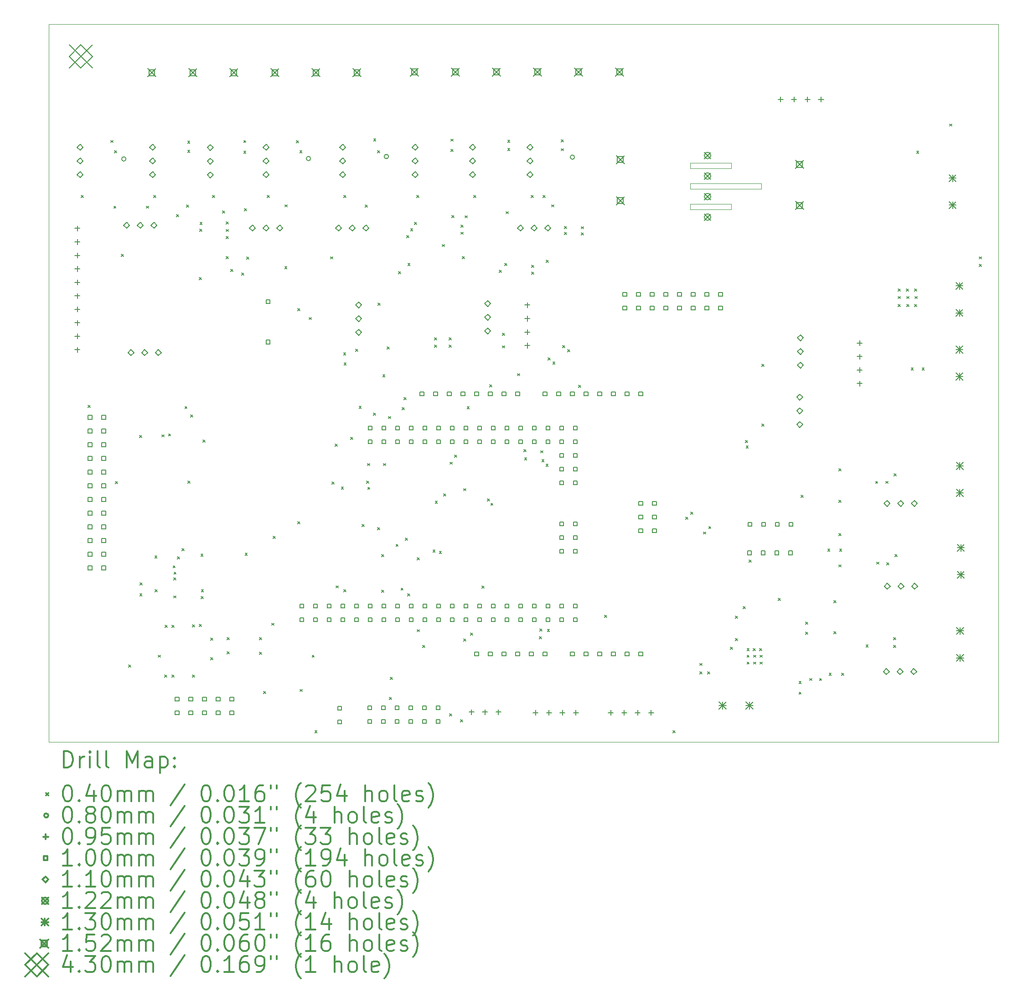
<source format=gbr>
%FSLAX45Y45*%
G04 Gerber Fmt 4.5, Leading zero omitted, Abs format (unit mm)*
G04 Created by KiCad (PCBNEW (5.1.0)-1) date 2022-05-17 16:18:05*
%MOMM*%
%LPD*%
G04 APERTURE LIST*
%ADD10C,0.100000*%
%ADD11C,0.200000*%
%ADD12C,0.300000*%
G04 APERTURE END LIST*
D10*
X12674600Y-3340100D02*
X12674600Y-3441700D01*
X12674600Y-2578100D02*
X12674600Y-2679700D01*
X11912600Y-2679700D02*
X11912600Y-2578100D01*
X12674600Y-2679700D02*
X11912600Y-2679700D01*
X11912600Y-2578100D02*
X12674600Y-2578100D01*
X11912600Y-3441700D02*
X11912600Y-3340100D01*
X12674600Y-3441700D02*
X11912600Y-3441700D01*
X11912600Y-3340100D02*
X12674600Y-3340100D01*
X11912600Y-2959100D02*
X13233400Y-2959100D01*
X11912600Y-3060700D02*
X11912600Y-2959100D01*
X13233400Y-3060700D02*
X11912600Y-3060700D01*
X13233400Y-2959100D02*
X13233400Y-3060700D01*
X0Y0D02*
X0Y-13322300D01*
X17640300Y0D02*
X0Y0D01*
X17640300Y-13322300D02*
X17640300Y0D01*
X0Y-13322300D02*
X17640300Y-13322300D01*
D11*
X608650Y-3180400D02*
X648650Y-3220400D01*
X648650Y-3180400D02*
X608650Y-3220400D01*
X734560Y-7074180D02*
X774560Y-7114180D01*
X774560Y-7074180D02*
X734560Y-7114180D01*
X1154750Y-2158050D02*
X1194750Y-2198050D01*
X1194750Y-2158050D02*
X1154750Y-2198050D01*
X1211900Y-3377250D02*
X1251900Y-3417250D01*
X1251900Y-3377250D02*
X1211900Y-3417250D01*
X1224600Y-2348550D02*
X1264600Y-2388550D01*
X1264600Y-2348550D02*
X1224600Y-2388550D01*
X1241260Y-8486850D02*
X1281260Y-8526850D01*
X1281260Y-8486850D02*
X1241260Y-8526850D01*
X1351600Y-4272600D02*
X1391600Y-4312600D01*
X1391600Y-4272600D02*
X1351600Y-4312600D01*
X1484950Y-11892600D02*
X1524950Y-11932600D01*
X1524950Y-11892600D02*
X1484950Y-11932600D01*
X1687000Y-7629460D02*
X1727000Y-7669460D01*
X1727000Y-7629460D02*
X1687000Y-7669460D01*
X1694500Y-10571800D02*
X1734500Y-10611800D01*
X1734500Y-10571800D02*
X1694500Y-10611800D01*
X1700850Y-10368600D02*
X1740850Y-10408600D01*
X1740850Y-10368600D02*
X1700850Y-10408600D01*
X1815150Y-3377250D02*
X1855150Y-3417250D01*
X1855150Y-3377250D02*
X1815150Y-3417250D01*
X1955050Y-3180400D02*
X1995050Y-3220400D01*
X1995050Y-3180400D02*
X1955050Y-3220400D01*
X1973900Y-9866950D02*
X2013900Y-9906950D01*
X2013900Y-9866950D02*
X1973900Y-9906950D01*
X1980250Y-10495600D02*
X2020250Y-10535600D01*
X2020250Y-10495600D02*
X1980250Y-10535600D01*
X2037400Y-11708400D02*
X2077400Y-11748400D01*
X2077400Y-11708400D02*
X2037400Y-11748400D01*
X2106590Y-7620350D02*
X2146590Y-7660350D01*
X2146590Y-7620350D02*
X2106590Y-7660350D01*
X2158050Y-12076800D02*
X2198050Y-12116800D01*
X2198050Y-12076800D02*
X2158050Y-12116800D01*
X2164400Y-11156000D02*
X2204400Y-11196000D01*
X2204400Y-11156000D02*
X2164400Y-11196000D01*
X2228150Y-7601370D02*
X2268150Y-7641370D01*
X2268150Y-7601370D02*
X2228150Y-7641370D01*
X2291400Y-11156000D02*
X2331400Y-11196000D01*
X2331400Y-11156000D02*
X2291400Y-11196000D01*
X2291400Y-12076800D02*
X2331400Y-12116800D01*
X2331400Y-12076800D02*
X2291400Y-12116800D01*
X2311230Y-10049280D02*
X2351230Y-10089280D01*
X2351230Y-10049280D02*
X2311230Y-10089280D01*
X2323150Y-10273400D02*
X2363150Y-10313400D01*
X2363150Y-10273400D02*
X2323150Y-10313400D01*
X2325720Y-10607300D02*
X2365720Y-10647300D01*
X2365720Y-10607300D02*
X2325720Y-10647300D01*
X2329080Y-10167110D02*
X2369080Y-10207110D01*
X2369080Y-10167110D02*
X2329080Y-10207110D01*
X2373950Y-3536000D02*
X2413950Y-3576000D01*
X2413950Y-3536000D02*
X2373950Y-3576000D01*
X2389600Y-9886430D02*
X2429600Y-9926430D01*
X2429600Y-9886430D02*
X2389600Y-9926430D01*
X2475550Y-9733600D02*
X2515550Y-9773600D01*
X2515550Y-9733600D02*
X2475550Y-9773600D01*
X2530990Y-7093380D02*
X2570990Y-7133380D01*
X2570990Y-7093380D02*
X2530990Y-7133380D01*
X2564450Y-3358200D02*
X2604450Y-3398200D01*
X2604450Y-3358200D02*
X2564450Y-3398200D01*
X2583500Y-2170750D02*
X2623500Y-2210750D01*
X2623500Y-2170750D02*
X2583500Y-2210750D01*
X2583500Y-2342200D02*
X2623500Y-2382200D01*
X2623500Y-2342200D02*
X2583500Y-2382200D01*
X2586930Y-8480820D02*
X2626930Y-8520820D01*
X2626930Y-8480820D02*
X2586930Y-8520820D01*
X2637020Y-7249000D02*
X2677020Y-7289000D01*
X2677020Y-7249000D02*
X2637020Y-7289000D01*
X2672400Y-11143300D02*
X2712400Y-11183300D01*
X2712400Y-11143300D02*
X2672400Y-11183300D01*
X2672400Y-12076800D02*
X2712400Y-12116800D01*
X2712400Y-12076800D02*
X2672400Y-12116800D01*
X2799400Y-4704400D02*
X2839400Y-4744400D01*
X2839400Y-4704400D02*
X2799400Y-4744400D01*
X2799400Y-11137000D02*
X2839400Y-11177000D01*
X2839400Y-11137000D02*
X2799400Y-11177000D01*
X2805750Y-3802700D02*
X2845750Y-3842700D01*
X2845750Y-3802700D02*
X2805750Y-3842700D01*
X2812100Y-3675700D02*
X2852100Y-3715700D01*
X2852100Y-3675700D02*
X2812100Y-3715700D01*
X2828920Y-9836240D02*
X2868920Y-9876240D01*
X2868920Y-9836240D02*
X2828920Y-9876240D01*
X2831150Y-10622600D02*
X2871150Y-10662600D01*
X2871150Y-10622600D02*
X2831150Y-10662600D01*
X2837500Y-10495600D02*
X2877500Y-10535600D01*
X2877500Y-10495600D02*
X2837500Y-10535600D01*
X2868420Y-7718310D02*
X2908420Y-7758310D01*
X2908420Y-7718310D02*
X2868420Y-7758310D01*
X3008750Y-11752701D02*
X3048750Y-11792701D01*
X3048750Y-11752701D02*
X3008750Y-11792701D01*
X3008950Y-11391000D02*
X3048950Y-11431000D01*
X3048950Y-11391000D02*
X3008950Y-11431000D01*
X3047250Y-3180400D02*
X3087250Y-3220400D01*
X3087250Y-3180400D02*
X3047250Y-3220400D01*
X3233510Y-3463840D02*
X3273510Y-3503840D01*
X3273510Y-3463840D02*
X3233510Y-3503840D01*
X3301050Y-3669350D02*
X3341050Y-3709350D01*
X3341050Y-3669350D02*
X3301050Y-3709350D01*
X3301050Y-3809050D02*
X3341050Y-3849050D01*
X3341050Y-3809050D02*
X3301050Y-3849050D01*
X3301050Y-3942400D02*
X3341050Y-3982400D01*
X3341050Y-3942400D02*
X3301050Y-3982400D01*
X3301050Y-4310700D02*
X3341050Y-4350700D01*
X3341050Y-4310700D02*
X3301050Y-4350700D01*
X3313750Y-11384600D02*
X3353750Y-11424600D01*
X3353750Y-11384600D02*
X3313750Y-11424600D01*
X3313750Y-11644800D02*
X3353750Y-11684800D01*
X3353750Y-11644800D02*
X3313750Y-11684800D01*
X3383600Y-4552000D02*
X3423600Y-4592000D01*
X3423600Y-4552000D02*
X3383600Y-4592000D01*
X3586800Y-4615500D02*
X3626800Y-4655500D01*
X3626800Y-4615500D02*
X3586800Y-4655500D01*
X3624900Y-2158050D02*
X3664900Y-2198050D01*
X3664900Y-2158050D02*
X3624900Y-2198050D01*
X3624900Y-2354900D02*
X3664900Y-2394900D01*
X3664900Y-2354900D02*
X3624900Y-2394900D01*
X3637600Y-3421700D02*
X3677600Y-3461700D01*
X3677600Y-3421700D02*
X3637600Y-3461700D01*
X3649280Y-9814690D02*
X3689280Y-9854690D01*
X3689280Y-9814690D02*
X3649280Y-9854690D01*
X3682050Y-4323400D02*
X3722050Y-4363400D01*
X3722050Y-4323400D02*
X3682050Y-4363400D01*
X3917000Y-11384600D02*
X3957000Y-11424600D01*
X3957000Y-11384600D02*
X3917000Y-11424600D01*
X3917000Y-11651300D02*
X3957000Y-11691300D01*
X3957000Y-11651300D02*
X3917000Y-11691300D01*
X3993400Y-12384700D02*
X4033400Y-12424700D01*
X4033400Y-12384700D02*
X3993400Y-12424700D01*
X4063250Y-3180400D02*
X4103250Y-3220400D01*
X4103250Y-3180400D02*
X4063250Y-3220400D01*
X4142680Y-11115310D02*
X4182680Y-11155310D01*
X4182680Y-11115310D02*
X4142680Y-11155310D01*
X4168340Y-9501390D02*
X4208340Y-9541390D01*
X4208340Y-9501390D02*
X4168340Y-9541390D01*
X4386900Y-4501200D02*
X4426900Y-4541200D01*
X4426900Y-4501200D02*
X4386900Y-4541200D01*
X4393250Y-3351850D02*
X4433250Y-3391850D01*
X4433250Y-3351850D02*
X4393250Y-3391850D01*
X4602800Y-2164400D02*
X4642800Y-2204400D01*
X4642800Y-2164400D02*
X4602800Y-2204400D01*
X4630420Y-5279940D02*
X4670420Y-5319940D01*
X4670420Y-5279940D02*
X4630420Y-5319940D01*
X4630420Y-9232290D02*
X4670420Y-9272290D01*
X4670420Y-9232290D02*
X4630420Y-9272290D01*
X4666300Y-2348550D02*
X4706300Y-2388550D01*
X4706300Y-2348550D02*
X4666300Y-2388550D01*
X4672650Y-12343400D02*
X4712650Y-12383400D01*
X4712650Y-12343400D02*
X4672650Y-12383400D01*
X4837530Y-5443910D02*
X4877530Y-5483910D01*
X4877530Y-5443910D02*
X4837530Y-5483910D01*
X4894900Y-11708450D02*
X4934900Y-11748450D01*
X4934900Y-11708450D02*
X4894900Y-11748450D01*
X4945700Y-13111800D02*
X4985700Y-13151800D01*
X4985700Y-13111800D02*
X4945700Y-13151800D01*
X5237800Y-4317050D02*
X5277800Y-4357050D01*
X5277800Y-4317050D02*
X5237800Y-4357050D01*
X5263200Y-8495350D02*
X5303200Y-8535350D01*
X5303200Y-8495350D02*
X5263200Y-8535350D01*
X5324760Y-7793790D02*
X5364760Y-7833790D01*
X5364760Y-7793790D02*
X5324760Y-7833790D01*
X5339100Y-10422440D02*
X5379100Y-10462440D01*
X5379100Y-10422440D02*
X5339100Y-10462440D01*
X5435090Y-8590880D02*
X5475090Y-8630880D01*
X5475090Y-8590880D02*
X5435090Y-8630880D01*
X5479480Y-6096730D02*
X5519480Y-6136730D01*
X5519480Y-6096730D02*
X5479480Y-6136730D01*
X5485450Y-10495600D02*
X5525450Y-10535600D01*
X5525450Y-10495600D02*
X5485450Y-10535600D01*
X5485650Y-3180400D02*
X5525650Y-3220400D01*
X5525650Y-3180400D02*
X5485650Y-3220400D01*
X5485770Y-6285020D02*
X5525770Y-6325020D01*
X5525770Y-6285020D02*
X5485770Y-6325020D01*
X5611560Y-7664820D02*
X5651560Y-7704820D01*
X5651560Y-7664820D02*
X5611560Y-7704820D01*
X5705630Y-6029990D02*
X5745630Y-6069990D01*
X5745630Y-6029990D02*
X5705630Y-6069990D01*
X5766050Y-7088290D02*
X5806050Y-7128290D01*
X5806050Y-7088290D02*
X5766050Y-7128290D01*
X5818490Y-9281120D02*
X5858490Y-9321120D01*
X5858490Y-9281120D02*
X5818490Y-9321120D01*
X5879150Y-3358200D02*
X5919150Y-3398200D01*
X5919150Y-3358200D02*
X5879150Y-3398200D01*
X5908170Y-8479770D02*
X5948170Y-8519770D01*
X5948170Y-8479770D02*
X5908170Y-8519770D01*
X5923600Y-8152450D02*
X5963600Y-8192450D01*
X5963600Y-8152450D02*
X5923600Y-8192450D01*
X5928210Y-8592510D02*
X5968210Y-8632510D01*
X5968210Y-8592510D02*
X5928210Y-8632510D01*
X6031050Y-7217120D02*
X6071050Y-7257120D01*
X6071050Y-7217120D02*
X6031050Y-7257120D01*
X6037900Y-2126300D02*
X6077900Y-2166300D01*
X6077900Y-2126300D02*
X6037900Y-2166300D01*
X6107750Y-2348550D02*
X6147750Y-2388550D01*
X6147750Y-2348550D02*
X6107750Y-2388550D01*
X6108500Y-9341180D02*
X6148500Y-9381180D01*
X6148500Y-9341180D02*
X6108500Y-9381180D01*
X6120450Y-5174300D02*
X6160450Y-5214300D01*
X6160450Y-5174300D02*
X6120450Y-5214300D01*
X6182440Y-9843260D02*
X6222440Y-9883260D01*
X6222440Y-9843260D02*
X6182440Y-9883260D01*
X6182740Y-10499790D02*
X6222740Y-10539790D01*
X6222740Y-10499790D02*
X6182740Y-10539790D01*
X6205410Y-6503980D02*
X6245410Y-6543980D01*
X6245410Y-6503980D02*
X6205410Y-6543980D01*
X6222050Y-8152450D02*
X6262050Y-8192450D01*
X6262050Y-8152450D02*
X6222050Y-8192450D01*
X6284060Y-5989970D02*
X6324060Y-6029970D01*
X6324060Y-5989970D02*
X6284060Y-6029970D01*
X6313700Y-7279660D02*
X6353700Y-7319660D01*
X6353700Y-7279660D02*
X6313700Y-7319660D01*
X6328190Y-12492520D02*
X6368190Y-12532520D01*
X6368190Y-12492520D02*
X6328190Y-12532520D01*
X6349050Y-12121200D02*
X6389050Y-12161200D01*
X6389050Y-12121200D02*
X6349050Y-12161200D01*
X6451490Y-9651390D02*
X6491490Y-9691390D01*
X6491490Y-9651390D02*
X6451490Y-9691390D01*
X6501450Y-4590100D02*
X6541450Y-4630100D01*
X6541450Y-4590100D02*
X6501450Y-4630100D01*
X6546160Y-10463070D02*
X6586160Y-10503070D01*
X6586160Y-10463070D02*
X6546160Y-10503070D01*
X6568510Y-7114220D02*
X6608510Y-7154220D01*
X6608510Y-7114220D02*
X6568510Y-7154220D01*
X6601410Y-6930490D02*
X6641410Y-6970490D01*
X6641410Y-6930490D02*
X6601410Y-6970490D01*
X6626620Y-9537890D02*
X6666620Y-9577890D01*
X6666620Y-9537890D02*
X6626620Y-9577890D01*
X6653850Y-3923350D02*
X6693850Y-3963350D01*
X6693850Y-3923350D02*
X6653850Y-3963350D01*
X6667820Y-10572770D02*
X6707820Y-10612770D01*
X6707820Y-10572770D02*
X6667820Y-10612770D01*
X6672900Y-4437700D02*
X6712900Y-4477700D01*
X6712900Y-4437700D02*
X6672900Y-4477700D01*
X6723700Y-3796350D02*
X6763700Y-3836350D01*
X6763700Y-3796350D02*
X6723700Y-3836350D01*
X6793550Y-3675700D02*
X6833550Y-3715700D01*
X6833550Y-3675700D02*
X6793550Y-3715700D01*
X6838000Y-3180400D02*
X6878000Y-3220400D01*
X6878000Y-3180400D02*
X6838000Y-3220400D01*
X6844720Y-11233890D02*
X6884720Y-11273890D01*
X6884720Y-11233890D02*
X6844720Y-11273890D01*
X6848690Y-9903780D02*
X6888690Y-9943780D01*
X6888690Y-9903780D02*
X6848690Y-9943780D01*
X6945950Y-11524300D02*
X6985950Y-11564300D01*
X6985950Y-11524300D02*
X6945950Y-11564300D01*
X7138770Y-9757600D02*
X7178770Y-9797600D01*
X7178770Y-9757600D02*
X7138770Y-9797600D01*
X7168200Y-5822000D02*
X7208200Y-5862000D01*
X7208200Y-5822000D02*
X7168200Y-5862000D01*
X7168200Y-5955350D02*
X7208200Y-5995350D01*
X7208200Y-5955350D02*
X7168200Y-5995350D01*
X7181000Y-8854010D02*
X7221000Y-8894010D01*
X7221000Y-8854010D02*
X7181000Y-8894010D01*
X7255840Y-9780170D02*
X7295840Y-9820170D01*
X7295840Y-9780170D02*
X7255840Y-9820170D01*
X7308375Y-4087993D02*
X7348375Y-4127993D01*
X7348375Y-4087993D02*
X7308375Y-4127993D01*
X7334870Y-8718920D02*
X7374870Y-8758920D01*
X7374870Y-8718920D02*
X7334870Y-8758920D01*
X7441250Y-5822000D02*
X7481250Y-5862000D01*
X7481250Y-5822000D02*
X7441250Y-5862000D01*
X7441250Y-5955350D02*
X7481250Y-5995350D01*
X7481250Y-5955350D02*
X7441250Y-5995350D01*
X7447600Y-12794300D02*
X7487600Y-12834300D01*
X7487600Y-12794300D02*
X7447600Y-12834300D01*
X7457440Y-8127290D02*
X7497440Y-8167290D01*
X7497440Y-8127290D02*
X7457440Y-8167290D01*
X7473000Y-2132650D02*
X7513000Y-2172650D01*
X7513000Y-2132650D02*
X7473000Y-2172650D01*
X7473000Y-2323150D02*
X7513000Y-2363150D01*
X7513000Y-2323150D02*
X7473000Y-2363150D01*
X7492050Y-3548700D02*
X7532050Y-3588700D01*
X7532050Y-3548700D02*
X7492050Y-3588700D01*
X7538220Y-7995660D02*
X7578220Y-8035660D01*
X7578220Y-7995660D02*
X7538220Y-8035660D01*
X7650800Y-12908600D02*
X7690800Y-12948600D01*
X7690800Y-12908600D02*
X7650800Y-12948600D01*
X7660849Y-3726500D02*
X7700849Y-3766500D01*
X7700849Y-3726500D02*
X7660849Y-3766500D01*
X7660849Y-3859850D02*
X7700849Y-3899850D01*
X7700849Y-3859850D02*
X7660849Y-3899850D01*
X7682550Y-4310700D02*
X7722550Y-4350700D01*
X7722550Y-4310700D02*
X7682550Y-4350700D01*
X7707950Y-11410000D02*
X7747950Y-11450000D01*
X7747950Y-11410000D02*
X7707950Y-11450000D01*
X7711560Y-8617780D02*
X7751560Y-8657780D01*
X7751560Y-8617780D02*
X7711560Y-8657780D01*
X7733350Y-3555050D02*
X7773350Y-3595050D01*
X7773350Y-3555050D02*
X7733350Y-3595050D01*
X7773020Y-7097630D02*
X7813020Y-7137630D01*
X7813020Y-7097630D02*
X7773020Y-7137630D01*
X7839367Y-11298713D02*
X7879367Y-11338713D01*
X7879367Y-11298713D02*
X7839367Y-11338713D01*
X7898650Y-3180400D02*
X7938650Y-3220400D01*
X7938650Y-3180400D02*
X7898650Y-3220400D01*
X8048970Y-10425640D02*
X8088970Y-10465640D01*
X8088970Y-10425640D02*
X8048970Y-10465640D01*
X8147300Y-8807070D02*
X8187300Y-8847070D01*
X8187300Y-8807070D02*
X8147300Y-8847070D01*
X8189700Y-6692970D02*
X8229700Y-6732970D01*
X8229700Y-6692970D02*
X8189700Y-6732970D01*
X8212200Y-8890350D02*
X8252200Y-8930350D01*
X8252200Y-8890350D02*
X8212200Y-8930350D01*
X8368350Y-4564700D02*
X8408350Y-4604700D01*
X8408350Y-4564700D02*
X8368350Y-4604700D01*
X8431850Y-5733100D02*
X8471850Y-5773100D01*
X8471850Y-5733100D02*
X8431850Y-5773100D01*
X8431850Y-5968050D02*
X8471850Y-6008050D01*
X8471850Y-5968050D02*
X8431850Y-6008050D01*
X8469950Y-4437700D02*
X8509950Y-4477700D01*
X8509950Y-4437700D02*
X8469950Y-4477700D01*
X8495350Y-3478850D02*
X8535350Y-3518850D01*
X8535350Y-3478850D02*
X8495350Y-3518850D01*
X8527100Y-2151700D02*
X8567100Y-2191700D01*
X8567100Y-2151700D02*
X8527100Y-2191700D01*
X8527100Y-2304100D02*
X8567100Y-2344100D01*
X8567100Y-2304100D02*
X8527100Y-2344100D01*
X8708690Y-6485630D02*
X8748690Y-6525630D01*
X8748690Y-6485630D02*
X8708690Y-6525630D01*
X8829360Y-7896170D02*
X8869360Y-7936170D01*
X8869360Y-7896170D02*
X8829360Y-7936170D01*
X8839210Y-8044930D02*
X8879210Y-8084930D01*
X8879210Y-8044930D02*
X8839210Y-8084930D01*
X8965450Y-3180400D02*
X9005450Y-3220400D01*
X9005450Y-3180400D02*
X8965450Y-3220400D01*
X8971600Y-4475800D02*
X9011600Y-4515800D01*
X9011600Y-4475800D02*
X8971600Y-4515800D01*
X8971600Y-4602800D02*
X9011600Y-4642800D01*
X9011600Y-4602800D02*
X8971600Y-4642800D01*
X9117650Y-11365550D02*
X9157650Y-11405550D01*
X9157650Y-11365550D02*
X9117650Y-11405550D01*
X9125610Y-11223790D02*
X9165610Y-11263790D01*
X9165610Y-11223790D02*
X9125610Y-11263790D01*
X9137830Y-7916370D02*
X9177830Y-7956370D01*
X9177830Y-7916370D02*
X9137830Y-7956370D01*
X9161950Y-8079330D02*
X9201950Y-8119330D01*
X9201950Y-8079330D02*
X9161950Y-8119330D01*
X9181150Y-3180400D02*
X9221150Y-3220400D01*
X9221150Y-3180400D02*
X9181150Y-3220400D01*
X9237470Y-8167260D02*
X9277470Y-8207260D01*
X9277470Y-8167260D02*
X9237470Y-8207260D01*
X9244650Y-4380550D02*
X9284650Y-4420550D01*
X9284650Y-4380550D02*
X9244650Y-4420550D01*
X9262510Y-11228501D02*
X9302510Y-11268501D01*
X9302510Y-11228501D02*
X9262510Y-11268501D01*
X9276400Y-6190300D02*
X9316400Y-6230300D01*
X9316400Y-6190300D02*
X9276400Y-6230300D01*
X9346250Y-3351850D02*
X9386250Y-3391850D01*
X9386250Y-3351850D02*
X9346250Y-3391850D01*
X9365300Y-6266500D02*
X9405300Y-6306500D01*
X9405300Y-6266500D02*
X9365300Y-6306500D01*
X9524050Y-2145350D02*
X9564050Y-2185350D01*
X9564050Y-2145350D02*
X9524050Y-2185350D01*
X9524050Y-2310450D02*
X9564050Y-2350450D01*
X9564050Y-2310450D02*
X9524050Y-2350450D01*
X9549450Y-5961700D02*
X9589450Y-6001700D01*
X9589450Y-5961700D02*
X9549450Y-6001700D01*
X9581200Y-3751900D02*
X9621200Y-3791900D01*
X9621200Y-3751900D02*
X9581200Y-3791900D01*
X9581200Y-3866200D02*
X9621200Y-3906200D01*
X9621200Y-3866200D02*
X9581200Y-3906200D01*
X9638350Y-6037900D02*
X9678350Y-6077900D01*
X9678350Y-6037900D02*
X9638350Y-6077900D01*
X9844660Y-6703030D02*
X9884660Y-6743030D01*
X9884660Y-6703030D02*
X9844660Y-6743030D01*
X9892350Y-3758250D02*
X9932350Y-3798250D01*
X9932350Y-3758250D02*
X9892350Y-3798250D01*
X9892350Y-3872550D02*
X9932350Y-3912550D01*
X9932350Y-3872550D02*
X9892350Y-3912550D01*
X10323177Y-10970262D02*
X10363177Y-11010262D01*
X10363177Y-10970262D02*
X10323177Y-11010262D01*
X11594750Y-13111200D02*
X11634750Y-13151200D01*
X11634750Y-13111200D02*
X11594750Y-13151200D01*
X11835450Y-9149400D02*
X11875450Y-9189400D01*
X11875450Y-9149400D02*
X11835450Y-9189400D01*
X11924350Y-9054150D02*
X11964350Y-9094150D01*
X11964350Y-9054150D02*
X11924350Y-9094150D01*
X12095800Y-11860800D02*
X12135800Y-11900800D01*
X12135800Y-11860800D02*
X12095800Y-11900800D01*
X12095800Y-12019600D02*
X12135800Y-12059600D01*
X12135800Y-12019600D02*
X12095800Y-12059600D01*
X12165650Y-9422450D02*
X12205650Y-9462450D01*
X12205650Y-9422450D02*
X12165650Y-9462450D01*
X12241800Y-12019600D02*
X12281800Y-12059600D01*
X12281800Y-12019600D02*
X12241800Y-12059600D01*
X12260900Y-9320850D02*
X12300900Y-9360850D01*
X12300900Y-9320850D02*
X12260900Y-9360850D01*
X12660950Y-11562400D02*
X12700950Y-11602400D01*
X12700950Y-11562400D02*
X12660950Y-11602400D01*
X12755900Y-11397300D02*
X12795900Y-11437300D01*
X12795900Y-11397300D02*
X12755900Y-11437300D01*
X12756200Y-10984600D02*
X12796200Y-11024600D01*
X12796200Y-10984600D02*
X12756200Y-11024600D01*
X12902200Y-10806800D02*
X12942200Y-10846800D01*
X12942200Y-10806800D02*
X12902200Y-10846800D01*
X12941770Y-7725160D02*
X12981770Y-7765160D01*
X12981770Y-7725160D02*
X12941770Y-7765160D01*
X12954680Y-7829690D02*
X12994680Y-7869690D01*
X12994680Y-7829690D02*
X12954680Y-7869690D01*
X12972100Y-11587800D02*
X13012100Y-11627800D01*
X13012100Y-11587800D02*
X12972100Y-11627800D01*
X12972100Y-11708400D02*
X13012100Y-11748400D01*
X13012100Y-11708400D02*
X12972100Y-11748400D01*
X12972100Y-11835400D02*
X13012100Y-11875400D01*
X13012100Y-11835400D02*
X12972100Y-11875400D01*
X13011030Y-9946520D02*
X13051030Y-9986520D01*
X13051030Y-9946520D02*
X13011030Y-9986520D01*
X13086400Y-11587800D02*
X13126400Y-11627800D01*
X13126400Y-11587800D02*
X13086400Y-11627800D01*
X13092800Y-11708400D02*
X13132800Y-11748400D01*
X13132800Y-11708400D02*
X13092800Y-11748400D01*
X13092800Y-11835400D02*
X13132800Y-11875400D01*
X13132800Y-11835400D02*
X13092800Y-11875400D01*
X13207000Y-11587800D02*
X13247000Y-11627800D01*
X13247000Y-11587800D02*
X13207000Y-11627800D01*
X13213400Y-11708400D02*
X13253400Y-11748400D01*
X13253400Y-11708400D02*
X13213400Y-11748400D01*
X13213400Y-11835400D02*
X13253400Y-11875400D01*
X13253400Y-11835400D02*
X13213400Y-11875400D01*
X13245200Y-6310950D02*
X13285200Y-6350950D01*
X13285200Y-6310950D02*
X13245200Y-6350950D01*
X13245200Y-7422200D02*
X13285200Y-7462200D01*
X13285200Y-7422200D02*
X13245200Y-7462200D01*
X13553060Y-10657470D02*
X13593060Y-10697470D01*
X13593060Y-10657470D02*
X13553060Y-10697470D01*
X13937300Y-12197400D02*
X13977300Y-12237400D01*
X13977300Y-12197400D02*
X13937300Y-12237400D01*
X13937300Y-12394250D02*
X13977300Y-12434250D01*
X13977300Y-12394250D02*
X13937300Y-12434250D01*
X13975400Y-8743000D02*
X14015400Y-8783000D01*
X14015400Y-8743000D02*
X13975400Y-8783000D01*
X14057900Y-11092500D02*
X14097900Y-11132500D01*
X14097900Y-11092500D02*
X14057900Y-11132500D01*
X14057900Y-11283000D02*
X14097900Y-11323000D01*
X14097900Y-11283000D02*
X14057900Y-11323000D01*
X14134200Y-12140200D02*
X14174200Y-12180200D01*
X14174200Y-12140200D02*
X14134200Y-12180200D01*
X14318300Y-12140200D02*
X14358300Y-12180200D01*
X14358300Y-12140200D02*
X14318300Y-12180200D01*
X14470580Y-9739950D02*
X14510580Y-9779950D01*
X14510580Y-9739950D02*
X14470580Y-9779950D01*
X14496100Y-12044950D02*
X14536100Y-12084950D01*
X14536100Y-12044950D02*
X14496100Y-12084950D01*
X14585000Y-10698800D02*
X14625000Y-10738800D01*
X14625000Y-10698800D02*
X14585000Y-10738800D01*
X14585000Y-11270300D02*
X14625000Y-11310300D01*
X14625000Y-11270300D02*
X14585000Y-11310300D01*
X14680200Y-8247700D02*
X14720200Y-8287700D01*
X14720200Y-8247700D02*
X14680200Y-8287700D01*
X14680200Y-8831900D02*
X14720200Y-8871900D01*
X14720200Y-8831900D02*
X14680200Y-8871900D01*
X14680200Y-9454200D02*
X14720200Y-9494200D01*
X14720200Y-9454200D02*
X14680200Y-9494200D01*
X14680200Y-10032000D02*
X14720200Y-10072000D01*
X14720200Y-10032000D02*
X14680200Y-10072000D01*
X14689900Y-9739950D02*
X14729900Y-9779950D01*
X14729900Y-9739950D02*
X14689900Y-9779950D01*
X14731000Y-12044950D02*
X14771000Y-12084950D01*
X14771000Y-12044950D02*
X14731000Y-12084950D01*
X15181900Y-11518000D02*
X15221900Y-11558000D01*
X15221900Y-11518000D02*
X15181900Y-11558000D01*
X15359700Y-8482650D02*
X15399700Y-8522650D01*
X15399700Y-8482650D02*
X15359700Y-8522650D01*
X15378800Y-9981200D02*
X15418800Y-10021200D01*
X15418800Y-9981200D02*
X15378800Y-10021200D01*
X15550200Y-8482650D02*
X15590200Y-8522650D01*
X15590200Y-8482650D02*
X15550200Y-8522650D01*
X15569200Y-9994000D02*
X15609200Y-10034000D01*
X15609200Y-9994000D02*
X15569200Y-10034000D01*
X15696200Y-11384600D02*
X15736200Y-11424600D01*
X15736200Y-11384600D02*
X15696200Y-11424600D01*
X15696200Y-11524300D02*
X15736200Y-11564300D01*
X15736200Y-11524300D02*
X15696200Y-11564300D01*
X15702600Y-8341350D02*
X15742600Y-8381350D01*
X15742600Y-8341350D02*
X15702600Y-8381350D01*
X15721600Y-9841550D02*
X15761600Y-9881550D01*
X15761600Y-9841550D02*
X15721600Y-9881550D01*
X15778800Y-4913950D02*
X15818800Y-4953950D01*
X15818800Y-4913950D02*
X15778800Y-4953950D01*
X15778800Y-5053650D02*
X15818800Y-5093650D01*
X15818800Y-5053650D02*
X15778800Y-5093650D01*
X15778800Y-5199700D02*
X15818800Y-5239700D01*
X15818800Y-5199700D02*
X15778800Y-5239700D01*
X15931200Y-4913950D02*
X15971200Y-4953950D01*
X15971200Y-4913950D02*
X15931200Y-4953950D01*
X15937550Y-5053650D02*
X15977550Y-5093650D01*
X15977550Y-5053650D02*
X15937550Y-5093650D01*
X15937550Y-5199700D02*
X15977550Y-5239700D01*
X15977550Y-5199700D02*
X15937550Y-5239700D01*
X16020100Y-6380800D02*
X16060100Y-6420800D01*
X16060100Y-6380800D02*
X16020100Y-6420800D01*
X16083600Y-4913950D02*
X16123600Y-4953950D01*
X16123600Y-4913950D02*
X16083600Y-4953950D01*
X16083600Y-5199700D02*
X16123600Y-5239700D01*
X16123600Y-5199700D02*
X16083600Y-5239700D01*
X16089950Y-5053650D02*
X16129950Y-5093650D01*
X16129950Y-5053650D02*
X16089950Y-5093650D01*
X16121700Y-2354900D02*
X16161700Y-2394900D01*
X16161700Y-2354900D02*
X16121700Y-2394900D01*
X16223300Y-6380800D02*
X16263300Y-6420800D01*
X16263300Y-6380800D02*
X16223300Y-6420800D01*
X16737650Y-1853250D02*
X16777650Y-1893250D01*
X16777650Y-1853250D02*
X16737650Y-1893250D01*
X17283800Y-4317050D02*
X17323800Y-4357050D01*
X17323800Y-4317050D02*
X17283800Y-4357050D01*
X17283800Y-4456750D02*
X17323800Y-4496750D01*
X17323800Y-4456750D02*
X17283800Y-4496750D01*
X1437000Y-2501900D02*
G75*
G03X1437000Y-2501900I-40000J0D01*
G01*
X4866000Y-2495550D02*
G75*
G03X4866000Y-2495550I-40000J0D01*
G01*
X6313800Y-2457450D02*
G75*
G03X6313800Y-2457450I-40000J0D01*
G01*
X9768200Y-2470150D02*
G75*
G03X9768200Y-2470150I-40000J0D01*
G01*
X8890000Y-5165850D02*
X8890000Y-5260850D01*
X8842500Y-5213350D02*
X8937500Y-5213350D01*
X8890000Y-5415850D02*
X8890000Y-5510850D01*
X8842500Y-5463350D02*
X8937500Y-5463350D01*
X8890000Y-5665850D02*
X8890000Y-5760850D01*
X8842500Y-5713350D02*
X8937500Y-5713350D01*
X8890000Y-5915850D02*
X8890000Y-6010850D01*
X8842500Y-5963350D02*
X8937500Y-5963350D01*
X9042400Y-12728700D02*
X9042400Y-12823700D01*
X8994900Y-12776200D02*
X9089900Y-12776200D01*
X9292400Y-12728700D02*
X9292400Y-12823700D01*
X9244900Y-12776200D02*
X9339900Y-12776200D01*
X9542400Y-12728700D02*
X9542400Y-12823700D01*
X9494900Y-12776200D02*
X9589900Y-12776200D01*
X9792400Y-12728700D02*
X9792400Y-12823700D01*
X9744900Y-12776200D02*
X9839900Y-12776200D01*
X13595350Y-1349500D02*
X13595350Y-1444500D01*
X13547850Y-1397000D02*
X13642850Y-1397000D01*
X13845350Y-1349500D02*
X13845350Y-1444500D01*
X13797850Y-1397000D02*
X13892850Y-1397000D01*
X14095350Y-1349500D02*
X14095350Y-1444500D01*
X14047850Y-1397000D02*
X14142850Y-1397000D01*
X14345350Y-1349500D02*
X14345350Y-1444500D01*
X14297850Y-1397000D02*
X14392850Y-1397000D01*
X10439400Y-12728700D02*
X10439400Y-12823700D01*
X10391900Y-12776200D02*
X10486900Y-12776200D01*
X10689400Y-12728700D02*
X10689400Y-12823700D01*
X10641900Y-12776200D02*
X10736900Y-12776200D01*
X10939400Y-12728700D02*
X10939400Y-12823700D01*
X10891900Y-12776200D02*
X10986900Y-12776200D01*
X11189400Y-12728700D02*
X11189400Y-12823700D01*
X11141900Y-12776200D02*
X11236900Y-12776200D01*
X533400Y-3743700D02*
X533400Y-3838700D01*
X485900Y-3791200D02*
X580900Y-3791200D01*
X533400Y-3993700D02*
X533400Y-4088700D01*
X485900Y-4041200D02*
X580900Y-4041200D01*
X533400Y-4243700D02*
X533400Y-4338700D01*
X485900Y-4291200D02*
X580900Y-4291200D01*
X533400Y-4493700D02*
X533400Y-4588700D01*
X485900Y-4541200D02*
X580900Y-4541200D01*
X533400Y-4743700D02*
X533400Y-4838700D01*
X485900Y-4791200D02*
X580900Y-4791200D01*
X533400Y-4993700D02*
X533400Y-5088700D01*
X485900Y-5041200D02*
X580900Y-5041200D01*
X533400Y-5243700D02*
X533400Y-5338700D01*
X485900Y-5291200D02*
X580900Y-5291200D01*
X533400Y-5493700D02*
X533400Y-5588700D01*
X485900Y-5541200D02*
X580900Y-5541200D01*
X533400Y-5743700D02*
X533400Y-5838700D01*
X485900Y-5791200D02*
X580900Y-5791200D01*
X533400Y-5993700D02*
X533400Y-6088700D01*
X485900Y-6041200D02*
X580900Y-6041200D01*
X15062200Y-5870700D02*
X15062200Y-5965700D01*
X15014700Y-5918200D02*
X15109700Y-5918200D01*
X15062200Y-6120700D02*
X15062200Y-6215700D01*
X15014700Y-6168200D02*
X15109700Y-6168200D01*
X15062200Y-6370700D02*
X15062200Y-6465700D01*
X15014700Y-6418200D02*
X15109700Y-6418200D01*
X15062200Y-6620700D02*
X15062200Y-6715700D01*
X15014700Y-6668200D02*
X15109700Y-6668200D01*
X7854950Y-12716000D02*
X7854950Y-12811000D01*
X7807450Y-12763500D02*
X7902450Y-12763500D01*
X8104950Y-12716000D02*
X8104950Y-12811000D01*
X8057450Y-12763500D02*
X8152450Y-12763500D01*
X8354950Y-12716000D02*
X8354950Y-12811000D01*
X8307450Y-12763500D02*
X8402450Y-12763500D01*
X5998006Y-12722656D02*
X5998006Y-12651944D01*
X5927294Y-12651944D01*
X5927294Y-12722656D01*
X5998006Y-12722656D01*
X5998006Y-12976656D02*
X5998006Y-12905944D01*
X5927294Y-12905944D01*
X5927294Y-12976656D01*
X5998006Y-12976656D01*
X6252006Y-12722656D02*
X6252006Y-12651944D01*
X6181294Y-12651944D01*
X6181294Y-12722656D01*
X6252006Y-12722656D01*
X6252006Y-12976656D02*
X6252006Y-12905944D01*
X6181294Y-12905944D01*
X6181294Y-12976656D01*
X6252006Y-12976656D01*
X6506006Y-12722656D02*
X6506006Y-12651944D01*
X6435294Y-12651944D01*
X6435294Y-12722656D01*
X6506006Y-12722656D01*
X6506006Y-12976656D02*
X6506006Y-12905944D01*
X6435294Y-12905944D01*
X6435294Y-12976656D01*
X6506006Y-12976656D01*
X6760006Y-12722656D02*
X6760006Y-12651944D01*
X6689294Y-12651944D01*
X6689294Y-12722656D01*
X6760006Y-12722656D01*
X6760006Y-12976656D02*
X6760006Y-12905944D01*
X6689294Y-12905944D01*
X6689294Y-12976656D01*
X6760006Y-12976656D01*
X7014006Y-12722656D02*
X7014006Y-12651944D01*
X6943294Y-12651944D01*
X6943294Y-12722656D01*
X7014006Y-12722656D01*
X7014006Y-12976656D02*
X7014006Y-12905944D01*
X6943294Y-12905944D01*
X6943294Y-12976656D01*
X7014006Y-12976656D01*
X7268006Y-12722656D02*
X7268006Y-12651944D01*
X7197294Y-12651944D01*
X7197294Y-12722656D01*
X7268006Y-12722656D01*
X7268006Y-12976656D02*
X7268006Y-12905944D01*
X7197294Y-12905944D01*
X7197294Y-12976656D01*
X7268006Y-12976656D01*
X4112056Y-5184506D02*
X4112056Y-5113794D01*
X4041344Y-5113794D01*
X4041344Y-5184506D01*
X4112056Y-5184506D01*
X4112056Y-5934506D02*
X4112056Y-5863794D01*
X4041344Y-5863794D01*
X4041344Y-5934506D01*
X4112056Y-5934506D01*
X9561306Y-8036356D02*
X9561306Y-7965644D01*
X9490594Y-7965644D01*
X9490594Y-8036356D01*
X9561306Y-8036356D01*
X9561306Y-8290356D02*
X9561306Y-8219644D01*
X9490594Y-8219644D01*
X9490594Y-8290356D01*
X9561306Y-8290356D01*
X9561306Y-8544356D02*
X9561306Y-8473644D01*
X9490594Y-8473644D01*
X9490594Y-8544356D01*
X9561306Y-8544356D01*
X9815306Y-8036356D02*
X9815306Y-7965644D01*
X9744594Y-7965644D01*
X9744594Y-8036356D01*
X9815306Y-8036356D01*
X9815306Y-8290356D02*
X9815306Y-8219644D01*
X9744594Y-8219644D01*
X9744594Y-8290356D01*
X9815306Y-8290356D01*
X9815306Y-8544356D02*
X9815306Y-8473644D01*
X9744594Y-8473644D01*
X9744594Y-8544356D01*
X9815306Y-8544356D01*
X4989306Y-10830356D02*
X4989306Y-10759644D01*
X4918594Y-10759644D01*
X4918594Y-10830356D01*
X4989306Y-10830356D01*
X4989306Y-11084356D02*
X4989306Y-11013644D01*
X4918594Y-11013644D01*
X4918594Y-11084356D01*
X4989306Y-11084356D01*
X5243306Y-10830356D02*
X5243306Y-10759644D01*
X5172594Y-10759644D01*
X5172594Y-10830356D01*
X5243306Y-10830356D01*
X5243306Y-11084356D02*
X5243306Y-11013644D01*
X5172594Y-11013644D01*
X5172594Y-11084356D01*
X5243306Y-11084356D01*
X5497306Y-10830356D02*
X5497306Y-10759644D01*
X5426594Y-10759644D01*
X5426594Y-10830356D01*
X5497306Y-10830356D01*
X5497306Y-11084356D02*
X5497306Y-11013644D01*
X5426594Y-11013644D01*
X5426594Y-11084356D01*
X5497306Y-11084356D01*
X5751306Y-10830356D02*
X5751306Y-10759644D01*
X5680594Y-10759644D01*
X5680594Y-10830356D01*
X5751306Y-10830356D01*
X5751306Y-11084356D02*
X5751306Y-11013644D01*
X5680594Y-11013644D01*
X5680594Y-11084356D01*
X5751306Y-11084356D01*
X6005306Y-10830356D02*
X6005306Y-10759644D01*
X5934594Y-10759644D01*
X5934594Y-10830356D01*
X6005306Y-10830356D01*
X6005306Y-11084356D02*
X6005306Y-11013644D01*
X5934594Y-11013644D01*
X5934594Y-11084356D01*
X6005306Y-11084356D01*
X6259306Y-10830356D02*
X6259306Y-10759644D01*
X6188594Y-10759644D01*
X6188594Y-10830356D01*
X6259306Y-10830356D01*
X6259306Y-11084356D02*
X6259306Y-11013644D01*
X6188594Y-11013644D01*
X6188594Y-11084356D01*
X6259306Y-11084356D01*
X6513306Y-10830356D02*
X6513306Y-10759644D01*
X6442594Y-10759644D01*
X6442594Y-10830356D01*
X6513306Y-10830356D01*
X6513306Y-11084356D02*
X6513306Y-11013644D01*
X6442594Y-11013644D01*
X6442594Y-11084356D01*
X6513306Y-11084356D01*
X6767306Y-10830356D02*
X6767306Y-10759644D01*
X6696594Y-10759644D01*
X6696594Y-10830356D01*
X6767306Y-10830356D01*
X6767306Y-11084356D02*
X6767306Y-11013644D01*
X6696594Y-11013644D01*
X6696594Y-11084356D01*
X6767306Y-11084356D01*
X7021306Y-10830356D02*
X7021306Y-10759644D01*
X6950594Y-10759644D01*
X6950594Y-10830356D01*
X7021306Y-10830356D01*
X7021306Y-11084356D02*
X7021306Y-11013644D01*
X6950594Y-11013644D01*
X6950594Y-11084356D01*
X7021306Y-11084356D01*
X7275306Y-10830356D02*
X7275306Y-10759644D01*
X7204594Y-10759644D01*
X7204594Y-10830356D01*
X7275306Y-10830356D01*
X7275306Y-11084356D02*
X7275306Y-11013644D01*
X7204594Y-11013644D01*
X7204594Y-11084356D01*
X7275306Y-11084356D01*
X7529306Y-10830356D02*
X7529306Y-10759644D01*
X7458594Y-10759644D01*
X7458594Y-10830356D01*
X7529306Y-10830356D01*
X7529306Y-11084356D02*
X7529306Y-11013644D01*
X7458594Y-11013644D01*
X7458594Y-11084356D01*
X7529306Y-11084356D01*
X7783306Y-10830356D02*
X7783306Y-10759644D01*
X7712594Y-10759644D01*
X7712594Y-10830356D01*
X7783306Y-10830356D01*
X7783306Y-11084356D02*
X7783306Y-11013644D01*
X7712594Y-11013644D01*
X7712594Y-11084356D01*
X7783306Y-11084356D01*
X8037306Y-10830356D02*
X8037306Y-10759644D01*
X7966594Y-10759644D01*
X7966594Y-10830356D01*
X8037306Y-10830356D01*
X8037306Y-11084356D02*
X8037306Y-11013644D01*
X7966594Y-11013644D01*
X7966594Y-11084356D01*
X8037306Y-11084356D01*
X8291306Y-10830356D02*
X8291306Y-10759644D01*
X8220594Y-10759644D01*
X8220594Y-10830356D01*
X8291306Y-10830356D01*
X8291306Y-11084356D02*
X8291306Y-11013644D01*
X8220594Y-11013644D01*
X8220594Y-11084356D01*
X8291306Y-11084356D01*
X8545306Y-10830356D02*
X8545306Y-10759644D01*
X8474594Y-10759644D01*
X8474594Y-10830356D01*
X8545306Y-10830356D01*
X8545306Y-11084356D02*
X8545306Y-11013644D01*
X8474594Y-11013644D01*
X8474594Y-11084356D01*
X8545306Y-11084356D01*
X8799306Y-10830356D02*
X8799306Y-10759644D01*
X8728594Y-10759644D01*
X8728594Y-10830356D01*
X8799306Y-10830356D01*
X8799306Y-11084356D02*
X8799306Y-11013644D01*
X8728594Y-11013644D01*
X8728594Y-11084356D01*
X8799306Y-11084356D01*
X9053306Y-10830356D02*
X9053306Y-10759644D01*
X8982594Y-10759644D01*
X8982594Y-10830356D01*
X9053306Y-10830356D01*
X9053306Y-11084356D02*
X9053306Y-11013644D01*
X8982594Y-11013644D01*
X8982594Y-11084356D01*
X9053306Y-11084356D01*
X9307306Y-10830356D02*
X9307306Y-10759644D01*
X9236594Y-10759644D01*
X9236594Y-10830356D01*
X9307306Y-10830356D01*
X9307306Y-11084356D02*
X9307306Y-11013644D01*
X9236594Y-11013644D01*
X9236594Y-11084356D01*
X9307306Y-11084356D01*
X9561306Y-10830356D02*
X9561306Y-10759644D01*
X9490594Y-10759644D01*
X9490594Y-10830356D01*
X9561306Y-10830356D01*
X9561306Y-11084356D02*
X9561306Y-11013644D01*
X9490594Y-11013644D01*
X9490594Y-11084356D01*
X9561306Y-11084356D01*
X9815306Y-10830356D02*
X9815306Y-10759644D01*
X9744594Y-10759644D01*
X9744594Y-10830356D01*
X9815306Y-10830356D01*
X9815306Y-11084356D02*
X9815306Y-11013644D01*
X9744594Y-11013644D01*
X9744594Y-11084356D01*
X9815306Y-11084356D01*
X10735156Y-5051856D02*
X10735156Y-4981144D01*
X10664444Y-4981144D01*
X10664444Y-5051856D01*
X10735156Y-5051856D01*
X10735156Y-5305856D02*
X10735156Y-5235144D01*
X10664444Y-5235144D01*
X10664444Y-5305856D01*
X10735156Y-5305856D01*
X10989156Y-5051856D02*
X10989156Y-4981144D01*
X10918444Y-4981144D01*
X10918444Y-5051856D01*
X10989156Y-5051856D01*
X10989156Y-5305856D02*
X10989156Y-5235144D01*
X10918444Y-5235144D01*
X10918444Y-5305856D01*
X10989156Y-5305856D01*
X11243156Y-5051856D02*
X11243156Y-4981144D01*
X11172444Y-4981144D01*
X11172444Y-5051856D01*
X11243156Y-5051856D01*
X11243156Y-5305856D02*
X11243156Y-5235144D01*
X11172444Y-5235144D01*
X11172444Y-5305856D01*
X11243156Y-5305856D01*
X11497156Y-5051856D02*
X11497156Y-4981144D01*
X11426444Y-4981144D01*
X11426444Y-5051856D01*
X11497156Y-5051856D01*
X11497156Y-5305856D02*
X11497156Y-5235144D01*
X11426444Y-5235144D01*
X11426444Y-5305856D01*
X11497156Y-5305856D01*
X11751156Y-5051856D02*
X11751156Y-4981144D01*
X11680444Y-4981144D01*
X11680444Y-5051856D01*
X11751156Y-5051856D01*
X11751156Y-5305856D02*
X11751156Y-5235144D01*
X11680444Y-5235144D01*
X11680444Y-5305856D01*
X11751156Y-5305856D01*
X12005156Y-5051856D02*
X12005156Y-4981144D01*
X11934444Y-4981144D01*
X11934444Y-5051856D01*
X12005156Y-5051856D01*
X12005156Y-5305856D02*
X12005156Y-5235144D01*
X11934444Y-5235144D01*
X11934444Y-5305856D01*
X12005156Y-5305856D01*
X12259156Y-5051856D02*
X12259156Y-4981144D01*
X12188444Y-4981144D01*
X12188444Y-5051856D01*
X12259156Y-5051856D01*
X12259156Y-5305856D02*
X12259156Y-5235144D01*
X12188444Y-5235144D01*
X12188444Y-5305856D01*
X12259156Y-5305856D01*
X12513156Y-5051856D02*
X12513156Y-4981144D01*
X12442444Y-4981144D01*
X12442444Y-5051856D01*
X12513156Y-5051856D01*
X12513156Y-5305856D02*
X12513156Y-5235144D01*
X12442444Y-5235144D01*
X12442444Y-5305856D01*
X12513156Y-5305856D01*
X9763556Y-11719356D02*
X9763556Y-11648644D01*
X9692844Y-11648644D01*
X9692844Y-11719356D01*
X9763556Y-11719356D01*
X10017556Y-11719356D02*
X10017556Y-11648644D01*
X9946844Y-11648644D01*
X9946844Y-11719356D01*
X10017556Y-11719356D01*
X10271556Y-11719356D02*
X10271556Y-11648644D01*
X10200844Y-11648644D01*
X10200844Y-11719356D01*
X10271556Y-11719356D01*
X10525556Y-11719356D02*
X10525556Y-11648644D01*
X10454844Y-11648644D01*
X10454844Y-11719356D01*
X10525556Y-11719356D01*
X10779556Y-11719356D02*
X10779556Y-11648644D01*
X10708844Y-11648644D01*
X10708844Y-11719356D01*
X10779556Y-11719356D01*
X11033556Y-11719356D02*
X11033556Y-11648644D01*
X10962844Y-11648644D01*
X10962844Y-11719356D01*
X11033556Y-11719356D01*
X13059206Y-9319056D02*
X13059206Y-9248344D01*
X12988494Y-9248344D01*
X12988494Y-9319056D01*
X13059206Y-9319056D01*
X13313206Y-9319056D02*
X13313206Y-9248344D01*
X13242494Y-9248344D01*
X13242494Y-9319056D01*
X13313206Y-9319056D01*
X13567206Y-9319056D02*
X13567206Y-9248344D01*
X13496494Y-9248344D01*
X13496494Y-9319056D01*
X13567206Y-9319056D01*
X13821206Y-9319056D02*
X13821206Y-9248344D01*
X13750494Y-9248344D01*
X13750494Y-9319056D01*
X13821206Y-9319056D01*
X4735306Y-10830356D02*
X4735306Y-10759644D01*
X4664594Y-10759644D01*
X4664594Y-10830356D01*
X4735306Y-10830356D01*
X4735306Y-11084356D02*
X4735306Y-11013644D01*
X4664594Y-11013644D01*
X4664594Y-11084356D01*
X4735306Y-11084356D01*
X9255556Y-6893356D02*
X9255556Y-6822644D01*
X9184844Y-6822644D01*
X9184844Y-6893356D01*
X9255556Y-6893356D01*
X9509556Y-6893356D02*
X9509556Y-6822644D01*
X9438844Y-6822644D01*
X9438844Y-6893356D01*
X9509556Y-6893356D01*
X9763556Y-6893356D02*
X9763556Y-6822644D01*
X9692844Y-6822644D01*
X9692844Y-6893356D01*
X9763556Y-6893356D01*
X10017556Y-6893356D02*
X10017556Y-6822644D01*
X9946844Y-6822644D01*
X9946844Y-6893356D01*
X10017556Y-6893356D01*
X10271556Y-6893356D02*
X10271556Y-6822644D01*
X10200844Y-6822644D01*
X10200844Y-6893356D01*
X10271556Y-6893356D01*
X10525556Y-6893356D02*
X10525556Y-6822644D01*
X10454844Y-6822644D01*
X10454844Y-6893356D01*
X10525556Y-6893356D01*
X10779556Y-6893356D02*
X10779556Y-6822644D01*
X10708844Y-6822644D01*
X10708844Y-6893356D01*
X10779556Y-6893356D01*
X11033556Y-6893356D02*
X11033556Y-6822644D01*
X10962844Y-6822644D01*
X10962844Y-6893356D01*
X11033556Y-6893356D01*
X13052806Y-9846106D02*
X13052806Y-9775394D01*
X12982094Y-9775394D01*
X12982094Y-9846106D01*
X13052806Y-9846106D01*
X13306806Y-9846106D02*
X13306806Y-9775394D01*
X13236094Y-9775394D01*
X13236094Y-9846106D01*
X13306806Y-9846106D01*
X13560806Y-9846106D02*
X13560806Y-9775394D01*
X13490094Y-9775394D01*
X13490094Y-9846106D01*
X13560806Y-9846106D01*
X13814806Y-9846106D02*
X13814806Y-9775394D01*
X13744094Y-9775394D01*
X13744094Y-9846106D01*
X13814806Y-9846106D01*
X6969556Y-6893356D02*
X6969556Y-6822644D01*
X6898844Y-6822644D01*
X6898844Y-6893356D01*
X6969556Y-6893356D01*
X7223556Y-6893356D02*
X7223556Y-6822644D01*
X7152844Y-6822644D01*
X7152844Y-6893356D01*
X7223556Y-6893356D01*
X7477556Y-6893356D02*
X7477556Y-6822644D01*
X7406844Y-6822644D01*
X7406844Y-6893356D01*
X7477556Y-6893356D01*
X7731556Y-6893356D02*
X7731556Y-6822644D01*
X7660844Y-6822644D01*
X7660844Y-6893356D01*
X7731556Y-6893356D01*
X7985556Y-6893356D02*
X7985556Y-6822644D01*
X7914844Y-6822644D01*
X7914844Y-6893356D01*
X7985556Y-6893356D01*
X8239556Y-6893356D02*
X8239556Y-6822644D01*
X8168844Y-6822644D01*
X8168844Y-6893356D01*
X8239556Y-6893356D01*
X8493556Y-6893356D02*
X8493556Y-6822644D01*
X8422844Y-6822644D01*
X8422844Y-6893356D01*
X8493556Y-6893356D01*
X8747556Y-6893356D02*
X8747556Y-6822644D01*
X8676844Y-6822644D01*
X8676844Y-6893356D01*
X8747556Y-6893356D01*
X5439206Y-12728956D02*
X5439206Y-12658244D01*
X5368494Y-12658244D01*
X5368494Y-12728956D01*
X5439206Y-12728956D01*
X5439206Y-12982956D02*
X5439206Y-12912244D01*
X5368494Y-12912244D01*
X5368494Y-12982956D01*
X5439206Y-12982956D01*
X11033556Y-8925356D02*
X11033556Y-8854644D01*
X10962844Y-8854644D01*
X10962844Y-8925356D01*
X11033556Y-8925356D01*
X11033556Y-9179356D02*
X11033556Y-9108644D01*
X10962844Y-9108644D01*
X10962844Y-9179356D01*
X11033556Y-9179356D01*
X11033556Y-9433356D02*
X11033556Y-9362644D01*
X10962844Y-9362644D01*
X10962844Y-9433356D01*
X11033556Y-9433356D01*
X11287556Y-8925356D02*
X11287556Y-8854644D01*
X11216844Y-8854644D01*
X11216844Y-8925356D01*
X11287556Y-8925356D01*
X11287556Y-9179356D02*
X11287556Y-9108644D01*
X11216844Y-9108644D01*
X11216844Y-9179356D01*
X11287556Y-9179356D01*
X11287556Y-9433356D02*
X11287556Y-9362644D01*
X11216844Y-9362644D01*
X11216844Y-9433356D01*
X11287556Y-9433356D01*
X803706Y-7331556D02*
X803706Y-7260844D01*
X732994Y-7260844D01*
X732994Y-7331556D01*
X803706Y-7331556D01*
X803706Y-7585556D02*
X803706Y-7514844D01*
X732994Y-7514844D01*
X732994Y-7585556D01*
X803706Y-7585556D01*
X803706Y-7839556D02*
X803706Y-7768844D01*
X732994Y-7768844D01*
X732994Y-7839556D01*
X803706Y-7839556D01*
X803706Y-8093556D02*
X803706Y-8022844D01*
X732994Y-8022844D01*
X732994Y-8093556D01*
X803706Y-8093556D01*
X803706Y-8347556D02*
X803706Y-8276844D01*
X732994Y-8276844D01*
X732994Y-8347556D01*
X803706Y-8347556D01*
X803706Y-8601556D02*
X803706Y-8530844D01*
X732994Y-8530844D01*
X732994Y-8601556D01*
X803706Y-8601556D01*
X803706Y-8855556D02*
X803706Y-8784844D01*
X732994Y-8784844D01*
X732994Y-8855556D01*
X803706Y-8855556D01*
X803706Y-9109556D02*
X803706Y-9038844D01*
X732994Y-9038844D01*
X732994Y-9109556D01*
X803706Y-9109556D01*
X803706Y-9363556D02*
X803706Y-9292844D01*
X732994Y-9292844D01*
X732994Y-9363556D01*
X803706Y-9363556D01*
X803706Y-9617556D02*
X803706Y-9546844D01*
X732994Y-9546844D01*
X732994Y-9617556D01*
X803706Y-9617556D01*
X803706Y-9871556D02*
X803706Y-9800844D01*
X732994Y-9800844D01*
X732994Y-9871556D01*
X803706Y-9871556D01*
X803706Y-10125556D02*
X803706Y-10054844D01*
X732994Y-10054844D01*
X732994Y-10125556D01*
X803706Y-10125556D01*
X1057706Y-7331556D02*
X1057706Y-7260844D01*
X986994Y-7260844D01*
X986994Y-7331556D01*
X1057706Y-7331556D01*
X1057706Y-7585556D02*
X1057706Y-7514844D01*
X986994Y-7514844D01*
X986994Y-7585556D01*
X1057706Y-7585556D01*
X1057706Y-7839556D02*
X1057706Y-7768844D01*
X986994Y-7768844D01*
X986994Y-7839556D01*
X1057706Y-7839556D01*
X1057706Y-8093556D02*
X1057706Y-8022844D01*
X986994Y-8022844D01*
X986994Y-8093556D01*
X1057706Y-8093556D01*
X1057706Y-8347556D02*
X1057706Y-8276844D01*
X986994Y-8276844D01*
X986994Y-8347556D01*
X1057706Y-8347556D01*
X1057706Y-8601556D02*
X1057706Y-8530844D01*
X986994Y-8530844D01*
X986994Y-8601556D01*
X1057706Y-8601556D01*
X1057706Y-8855556D02*
X1057706Y-8784844D01*
X986994Y-8784844D01*
X986994Y-8855556D01*
X1057706Y-8855556D01*
X1057706Y-9109556D02*
X1057706Y-9038844D01*
X986994Y-9038844D01*
X986994Y-9109556D01*
X1057706Y-9109556D01*
X1057706Y-9363556D02*
X1057706Y-9292844D01*
X986994Y-9292844D01*
X986994Y-9363556D01*
X1057706Y-9363556D01*
X1057706Y-9617556D02*
X1057706Y-9546844D01*
X986994Y-9546844D01*
X986994Y-9617556D01*
X1057706Y-9617556D01*
X1057706Y-9871556D02*
X1057706Y-9800844D01*
X986994Y-9800844D01*
X986994Y-9871556D01*
X1057706Y-9871556D01*
X1057706Y-10125556D02*
X1057706Y-10054844D01*
X986994Y-10054844D01*
X986994Y-10125556D01*
X1057706Y-10125556D01*
X6005306Y-7528356D02*
X6005306Y-7457644D01*
X5934594Y-7457644D01*
X5934594Y-7528356D01*
X6005306Y-7528356D01*
X6005306Y-7782356D02*
X6005306Y-7711644D01*
X5934594Y-7711644D01*
X5934594Y-7782356D01*
X6005306Y-7782356D01*
X6259306Y-7528356D02*
X6259306Y-7457644D01*
X6188594Y-7457644D01*
X6188594Y-7528356D01*
X6259306Y-7528356D01*
X6259306Y-7782356D02*
X6259306Y-7711644D01*
X6188594Y-7711644D01*
X6188594Y-7782356D01*
X6259306Y-7782356D01*
X6513306Y-7528356D02*
X6513306Y-7457644D01*
X6442594Y-7457644D01*
X6442594Y-7528356D01*
X6513306Y-7528356D01*
X6513306Y-7782356D02*
X6513306Y-7711644D01*
X6442594Y-7711644D01*
X6442594Y-7782356D01*
X6513306Y-7782356D01*
X6767306Y-7528356D02*
X6767306Y-7457644D01*
X6696594Y-7457644D01*
X6696594Y-7528356D01*
X6767306Y-7528356D01*
X6767306Y-7782356D02*
X6767306Y-7711644D01*
X6696594Y-7711644D01*
X6696594Y-7782356D01*
X6767306Y-7782356D01*
X7021306Y-7528356D02*
X7021306Y-7457644D01*
X6950594Y-7457644D01*
X6950594Y-7528356D01*
X7021306Y-7528356D01*
X7021306Y-7782356D02*
X7021306Y-7711644D01*
X6950594Y-7711644D01*
X6950594Y-7782356D01*
X7021306Y-7782356D01*
X7275306Y-7528356D02*
X7275306Y-7457644D01*
X7204594Y-7457644D01*
X7204594Y-7528356D01*
X7275306Y-7528356D01*
X7275306Y-7782356D02*
X7275306Y-7711644D01*
X7204594Y-7711644D01*
X7204594Y-7782356D01*
X7275306Y-7782356D01*
X7529306Y-7528356D02*
X7529306Y-7457644D01*
X7458594Y-7457644D01*
X7458594Y-7528356D01*
X7529306Y-7528356D01*
X7529306Y-7782356D02*
X7529306Y-7711644D01*
X7458594Y-7711644D01*
X7458594Y-7782356D01*
X7529306Y-7782356D01*
X7783306Y-7528356D02*
X7783306Y-7457644D01*
X7712594Y-7457644D01*
X7712594Y-7528356D01*
X7783306Y-7528356D01*
X7783306Y-7782356D02*
X7783306Y-7711644D01*
X7712594Y-7711644D01*
X7712594Y-7782356D01*
X7783306Y-7782356D01*
X8037306Y-7528356D02*
X8037306Y-7457644D01*
X7966594Y-7457644D01*
X7966594Y-7528356D01*
X8037306Y-7528356D01*
X8037306Y-7782356D02*
X8037306Y-7711644D01*
X7966594Y-7711644D01*
X7966594Y-7782356D01*
X8037306Y-7782356D01*
X8291306Y-7528356D02*
X8291306Y-7457644D01*
X8220594Y-7457644D01*
X8220594Y-7528356D01*
X8291306Y-7528356D01*
X8291306Y-7782356D02*
X8291306Y-7711644D01*
X8220594Y-7711644D01*
X8220594Y-7782356D01*
X8291306Y-7782356D01*
X8545306Y-7528356D02*
X8545306Y-7457644D01*
X8474594Y-7457644D01*
X8474594Y-7528356D01*
X8545306Y-7528356D01*
X8545306Y-7782356D02*
X8545306Y-7711644D01*
X8474594Y-7711644D01*
X8474594Y-7782356D01*
X8545306Y-7782356D01*
X8799306Y-7528356D02*
X8799306Y-7457644D01*
X8728594Y-7457644D01*
X8728594Y-7528356D01*
X8799306Y-7528356D01*
X8799306Y-7782356D02*
X8799306Y-7711644D01*
X8728594Y-7711644D01*
X8728594Y-7782356D01*
X8799306Y-7782356D01*
X9053306Y-7528356D02*
X9053306Y-7457644D01*
X8982594Y-7457644D01*
X8982594Y-7528356D01*
X9053306Y-7528356D01*
X9053306Y-7782356D02*
X9053306Y-7711644D01*
X8982594Y-7711644D01*
X8982594Y-7782356D01*
X9053306Y-7782356D01*
X9307306Y-7528356D02*
X9307306Y-7457644D01*
X9236594Y-7457644D01*
X9236594Y-7528356D01*
X9307306Y-7528356D01*
X9307306Y-7782356D02*
X9307306Y-7711644D01*
X9236594Y-7711644D01*
X9236594Y-7782356D01*
X9307306Y-7782356D01*
X9561306Y-7528356D02*
X9561306Y-7457644D01*
X9490594Y-7457644D01*
X9490594Y-7528356D01*
X9561306Y-7528356D01*
X9561306Y-7782356D02*
X9561306Y-7711644D01*
X9490594Y-7711644D01*
X9490594Y-7782356D01*
X9561306Y-7782356D01*
X9815306Y-7528356D02*
X9815306Y-7457644D01*
X9744594Y-7457644D01*
X9744594Y-7528356D01*
X9815306Y-7528356D01*
X9815306Y-7782356D02*
X9815306Y-7711644D01*
X9744594Y-7711644D01*
X9744594Y-7782356D01*
X9815306Y-7782356D01*
X7985556Y-11719356D02*
X7985556Y-11648644D01*
X7914844Y-11648644D01*
X7914844Y-11719356D01*
X7985556Y-11719356D01*
X8239556Y-11719356D02*
X8239556Y-11648644D01*
X8168844Y-11648644D01*
X8168844Y-11719356D01*
X8239556Y-11719356D01*
X8493556Y-11719356D02*
X8493556Y-11648644D01*
X8422844Y-11648644D01*
X8422844Y-11719356D01*
X8493556Y-11719356D01*
X8747556Y-11719356D02*
X8747556Y-11648644D01*
X8676844Y-11648644D01*
X8676844Y-11719356D01*
X8747556Y-11719356D01*
X9001556Y-11719356D02*
X9001556Y-11648644D01*
X8930844Y-11648644D01*
X8930844Y-11719356D01*
X9001556Y-11719356D01*
X9255556Y-11719356D02*
X9255556Y-11648644D01*
X9184844Y-11648644D01*
X9184844Y-11719356D01*
X9255556Y-11719356D01*
X2422956Y-12557556D02*
X2422956Y-12486844D01*
X2352244Y-12486844D01*
X2352244Y-12557556D01*
X2422956Y-12557556D01*
X2422956Y-12811556D02*
X2422956Y-12740844D01*
X2352244Y-12740844D01*
X2352244Y-12811556D01*
X2422956Y-12811556D01*
X2676956Y-12557556D02*
X2676956Y-12486844D01*
X2606244Y-12486844D01*
X2606244Y-12557556D01*
X2676956Y-12557556D01*
X2676956Y-12811556D02*
X2676956Y-12740844D01*
X2606244Y-12740844D01*
X2606244Y-12811556D01*
X2676956Y-12811556D01*
X2930956Y-12557556D02*
X2930956Y-12486844D01*
X2860244Y-12486844D01*
X2860244Y-12557556D01*
X2930956Y-12557556D01*
X2930956Y-12811556D02*
X2930956Y-12740844D01*
X2860244Y-12740844D01*
X2860244Y-12811556D01*
X2930956Y-12811556D01*
X3184956Y-12557556D02*
X3184956Y-12486844D01*
X3114244Y-12486844D01*
X3114244Y-12557556D01*
X3184956Y-12557556D01*
X3184956Y-12811556D02*
X3184956Y-12740844D01*
X3114244Y-12740844D01*
X3114244Y-12811556D01*
X3184956Y-12811556D01*
X3438956Y-12557556D02*
X3438956Y-12486844D01*
X3368244Y-12486844D01*
X3368244Y-12557556D01*
X3438956Y-12557556D01*
X3438956Y-12811556D02*
X3438956Y-12740844D01*
X3368244Y-12740844D01*
X3368244Y-12811556D01*
X3438956Y-12811556D01*
X9561306Y-9306356D02*
X9561306Y-9235644D01*
X9490594Y-9235644D01*
X9490594Y-9306356D01*
X9561306Y-9306356D01*
X9561306Y-9560356D02*
X9561306Y-9489644D01*
X9490594Y-9489644D01*
X9490594Y-9560356D01*
X9561306Y-9560356D01*
X9561306Y-9814356D02*
X9561306Y-9743644D01*
X9490594Y-9743644D01*
X9490594Y-9814356D01*
X9561306Y-9814356D01*
X9815306Y-9306356D02*
X9815306Y-9235644D01*
X9744594Y-9235644D01*
X9744594Y-9306356D01*
X9815306Y-9306356D01*
X9815306Y-9560356D02*
X9815306Y-9489644D01*
X9744594Y-9489644D01*
X9744594Y-9560356D01*
X9815306Y-9560356D01*
X9815306Y-9814356D02*
X9815306Y-9743644D01*
X9744594Y-9743644D01*
X9744594Y-9814356D01*
X9815306Y-9814356D01*
X5461000Y-2341000D02*
X5516000Y-2286000D01*
X5461000Y-2231000D01*
X5406000Y-2286000D01*
X5461000Y-2341000D01*
X5461000Y-2595000D02*
X5516000Y-2540000D01*
X5461000Y-2485000D01*
X5406000Y-2540000D01*
X5461000Y-2595000D01*
X5461000Y-2849000D02*
X5516000Y-2794000D01*
X5461000Y-2739000D01*
X5406000Y-2794000D01*
X5461000Y-2849000D01*
X1530350Y-6151000D02*
X1585350Y-6096000D01*
X1530350Y-6041000D01*
X1475350Y-6096000D01*
X1530350Y-6151000D01*
X1784350Y-6151000D02*
X1839350Y-6096000D01*
X1784350Y-6041000D01*
X1729350Y-6096000D01*
X1784350Y-6151000D01*
X2038350Y-6151000D02*
X2093350Y-6096000D01*
X2038350Y-6041000D01*
X1983350Y-6096000D01*
X2038350Y-6151000D01*
X6807200Y-2341000D02*
X6862200Y-2286000D01*
X6807200Y-2231000D01*
X6752200Y-2286000D01*
X6807200Y-2341000D01*
X6807200Y-2595000D02*
X6862200Y-2540000D01*
X6807200Y-2485000D01*
X6752200Y-2540000D01*
X6807200Y-2595000D01*
X6807200Y-2849000D02*
X6862200Y-2794000D01*
X6807200Y-2739000D01*
X6752200Y-2794000D01*
X6807200Y-2849000D01*
X15557500Y-12069200D02*
X15612500Y-12014200D01*
X15557500Y-11959200D01*
X15502500Y-12014200D01*
X15557500Y-12069200D01*
X15811500Y-12069200D02*
X15866500Y-12014200D01*
X15811500Y-11959200D01*
X15756500Y-12014200D01*
X15811500Y-12069200D01*
X16065500Y-12069200D02*
X16120500Y-12014200D01*
X16065500Y-11959200D01*
X16010500Y-12014200D01*
X16065500Y-12069200D01*
X8940800Y-2341000D02*
X8995800Y-2286000D01*
X8940800Y-2231000D01*
X8885800Y-2286000D01*
X8940800Y-2341000D01*
X8940800Y-2595000D02*
X8995800Y-2540000D01*
X8940800Y-2485000D01*
X8885800Y-2540000D01*
X8940800Y-2595000D01*
X8940800Y-2849000D02*
X8995800Y-2794000D01*
X8940800Y-2739000D01*
X8885800Y-2794000D01*
X8940800Y-2849000D01*
X1447800Y-3788800D02*
X1502800Y-3733800D01*
X1447800Y-3678800D01*
X1392800Y-3733800D01*
X1447800Y-3788800D01*
X1701800Y-3788800D02*
X1756800Y-3733800D01*
X1701800Y-3678800D01*
X1646800Y-3733800D01*
X1701800Y-3788800D01*
X1955800Y-3788800D02*
X2010800Y-3733800D01*
X1955800Y-3678800D01*
X1900800Y-3733800D01*
X1955800Y-3788800D01*
X4038600Y-2341000D02*
X4093600Y-2286000D01*
X4038600Y-2231000D01*
X3983600Y-2286000D01*
X4038600Y-2341000D01*
X4038600Y-2595000D02*
X4093600Y-2540000D01*
X4038600Y-2485000D01*
X3983600Y-2540000D01*
X4038600Y-2595000D01*
X4038600Y-2849000D02*
X4093600Y-2794000D01*
X4038600Y-2739000D01*
X3983600Y-2794000D01*
X4038600Y-2849000D01*
X8763000Y-3839600D02*
X8818000Y-3784600D01*
X8763000Y-3729600D01*
X8708000Y-3784600D01*
X8763000Y-3839600D01*
X9017000Y-3839600D02*
X9072000Y-3784600D01*
X9017000Y-3729600D01*
X8962000Y-3784600D01*
X9017000Y-3839600D01*
X9271000Y-3839600D02*
X9326000Y-3784600D01*
X9271000Y-3729600D01*
X9216000Y-3784600D01*
X9271000Y-3839600D01*
X584200Y-2341000D02*
X639200Y-2286000D01*
X584200Y-2231000D01*
X529200Y-2286000D01*
X584200Y-2341000D01*
X584200Y-2595000D02*
X639200Y-2540000D01*
X584200Y-2485000D01*
X529200Y-2540000D01*
X584200Y-2595000D01*
X584200Y-2849000D02*
X639200Y-2794000D01*
X584200Y-2739000D01*
X529200Y-2794000D01*
X584200Y-2849000D01*
X15576600Y-10488000D02*
X15631600Y-10433000D01*
X15576600Y-10378000D01*
X15521600Y-10433000D01*
X15576600Y-10488000D01*
X15830600Y-10488000D02*
X15885600Y-10433000D01*
X15830600Y-10378000D01*
X15775600Y-10433000D01*
X15830600Y-10488000D01*
X16084600Y-10488000D02*
X16139600Y-10433000D01*
X16084600Y-10378000D01*
X16029600Y-10433000D01*
X16084600Y-10488000D01*
X3784600Y-3839600D02*
X3839600Y-3784600D01*
X3784600Y-3729600D01*
X3729600Y-3784600D01*
X3784600Y-3839600D01*
X4038600Y-3839600D02*
X4093600Y-3784600D01*
X4038600Y-3729600D01*
X3983600Y-3784600D01*
X4038600Y-3839600D01*
X4292600Y-3839600D02*
X4347600Y-3784600D01*
X4292600Y-3729600D01*
X4237600Y-3784600D01*
X4292600Y-3839600D01*
X5759450Y-5268350D02*
X5814450Y-5213350D01*
X5759450Y-5158350D01*
X5704450Y-5213350D01*
X5759450Y-5268350D01*
X5759450Y-5522350D02*
X5814450Y-5467350D01*
X5759450Y-5412350D01*
X5704450Y-5467350D01*
X5759450Y-5522350D01*
X5759450Y-5776350D02*
X5814450Y-5721350D01*
X5759450Y-5666350D01*
X5704450Y-5721350D01*
X5759450Y-5776350D01*
X1930400Y-2341000D02*
X1985400Y-2286000D01*
X1930400Y-2231000D01*
X1875400Y-2286000D01*
X1930400Y-2341000D01*
X1930400Y-2595000D02*
X1985400Y-2540000D01*
X1930400Y-2485000D01*
X1875400Y-2540000D01*
X1930400Y-2595000D01*
X1930400Y-2849000D02*
X1985400Y-2794000D01*
X1930400Y-2739000D01*
X1875400Y-2794000D01*
X1930400Y-2849000D01*
X3003550Y-2347350D02*
X3058550Y-2292350D01*
X3003550Y-2237350D01*
X2948550Y-2292350D01*
X3003550Y-2347350D01*
X3003550Y-2601350D02*
X3058550Y-2546350D01*
X3003550Y-2491350D01*
X2948550Y-2546350D01*
X3003550Y-2601350D01*
X3003550Y-2855350D02*
X3058550Y-2800350D01*
X3003550Y-2745350D01*
X2948550Y-2800350D01*
X3003550Y-2855350D01*
X8153400Y-5242950D02*
X8208400Y-5187950D01*
X8153400Y-5132950D01*
X8098400Y-5187950D01*
X8153400Y-5242950D01*
X8153400Y-5496950D02*
X8208400Y-5441950D01*
X8153400Y-5386950D01*
X8098400Y-5441950D01*
X8153400Y-5496950D01*
X8153400Y-5750950D02*
X8208400Y-5695950D01*
X8153400Y-5640950D01*
X8098400Y-5695950D01*
X8153400Y-5750950D01*
X5384800Y-3839600D02*
X5439800Y-3784600D01*
X5384800Y-3729600D01*
X5329800Y-3784600D01*
X5384800Y-3839600D01*
X5638800Y-3839600D02*
X5693800Y-3784600D01*
X5638800Y-3729600D01*
X5583800Y-3784600D01*
X5638800Y-3839600D01*
X5892800Y-3839600D02*
X5947800Y-3784600D01*
X5892800Y-3729600D01*
X5837800Y-3784600D01*
X5892800Y-3839600D01*
X13963600Y-5877950D02*
X14018600Y-5822950D01*
X13963600Y-5767950D01*
X13908600Y-5822950D01*
X13963600Y-5877950D01*
X13963600Y-6131950D02*
X14018600Y-6076950D01*
X13963600Y-6021950D01*
X13908600Y-6076950D01*
X13963600Y-6131950D01*
X13963600Y-6385950D02*
X14018600Y-6330950D01*
X13963600Y-6275950D01*
X13908600Y-6330950D01*
X13963600Y-6385950D01*
X13951000Y-6976500D02*
X14006000Y-6921500D01*
X13951000Y-6866500D01*
X13896000Y-6921500D01*
X13951000Y-6976500D01*
X13951000Y-7230500D02*
X14006000Y-7175500D01*
X13951000Y-7120500D01*
X13896000Y-7175500D01*
X13951000Y-7230500D01*
X13951000Y-7484500D02*
X14006000Y-7429500D01*
X13951000Y-7374500D01*
X13896000Y-7429500D01*
X13951000Y-7484500D01*
X15570200Y-8951350D02*
X15625200Y-8896350D01*
X15570200Y-8841350D01*
X15515200Y-8896350D01*
X15570200Y-8951350D01*
X15824200Y-8951350D02*
X15879200Y-8896350D01*
X15824200Y-8841350D01*
X15769200Y-8896350D01*
X15824200Y-8951350D01*
X16078200Y-8951350D02*
X16133200Y-8896350D01*
X16078200Y-8841350D01*
X16023200Y-8896350D01*
X16078200Y-8951350D01*
X7874000Y-2341000D02*
X7929000Y-2286000D01*
X7874000Y-2231000D01*
X7819000Y-2286000D01*
X7874000Y-2341000D01*
X7874000Y-2595000D02*
X7929000Y-2540000D01*
X7874000Y-2485000D01*
X7819000Y-2540000D01*
X7874000Y-2595000D01*
X7874000Y-2849000D02*
X7929000Y-2794000D01*
X7874000Y-2739000D01*
X7819000Y-2794000D01*
X7874000Y-2849000D01*
X12177600Y-2377400D02*
X12299600Y-2499400D01*
X12299600Y-2377400D02*
X12177600Y-2499400D01*
X12299600Y-2438400D02*
G75*
G03X12299600Y-2438400I-61000J0D01*
G01*
X12177600Y-2758400D02*
X12299600Y-2880400D01*
X12299600Y-2758400D02*
X12177600Y-2880400D01*
X12299600Y-2819400D02*
G75*
G03X12299600Y-2819400I-61000J0D01*
G01*
X12177600Y-3139400D02*
X12299600Y-3261400D01*
X12299600Y-3139400D02*
X12177600Y-3261400D01*
X12299600Y-3200400D02*
G75*
G03X12299600Y-3200400I-61000J0D01*
G01*
X12177600Y-3520400D02*
X12299600Y-3642400D01*
X12299600Y-3520400D02*
X12177600Y-3642400D01*
X12299600Y-3581400D02*
G75*
G03X12299600Y-3581400I-61000J0D01*
G01*
X16876800Y-9650500D02*
X17006800Y-9780500D01*
X17006800Y-9650500D02*
X16876800Y-9780500D01*
X16941800Y-9650500D02*
X16941800Y-9780500D01*
X16876800Y-9715500D02*
X17006800Y-9715500D01*
X16876800Y-10150500D02*
X17006800Y-10280500D01*
X17006800Y-10150500D02*
X16876800Y-10280500D01*
X16941800Y-10150500D02*
X16941800Y-10280500D01*
X16876800Y-10215500D02*
X17006800Y-10215500D01*
X16851400Y-4792750D02*
X16981400Y-4922750D01*
X16981400Y-4792750D02*
X16851400Y-4922750D01*
X16916400Y-4792750D02*
X16916400Y-4922750D01*
X16851400Y-4857750D02*
X16981400Y-4857750D01*
X16851400Y-5292750D02*
X16981400Y-5422750D01*
X16981400Y-5292750D02*
X16851400Y-5422750D01*
X16916400Y-5292750D02*
X16916400Y-5422750D01*
X16851400Y-5357750D02*
X16981400Y-5357750D01*
X16851400Y-5973850D02*
X16981400Y-6103850D01*
X16981400Y-5973850D02*
X16851400Y-6103850D01*
X16916400Y-5973850D02*
X16916400Y-6103850D01*
X16851400Y-6038850D02*
X16981400Y-6038850D01*
X16851400Y-6473850D02*
X16981400Y-6603850D01*
X16981400Y-6473850D02*
X16851400Y-6603850D01*
X16916400Y-6473850D02*
X16916400Y-6603850D01*
X16851400Y-6538850D02*
X16981400Y-6538850D01*
X16724400Y-2792500D02*
X16854400Y-2922500D01*
X16854400Y-2792500D02*
X16724400Y-2922500D01*
X16789400Y-2792500D02*
X16789400Y-2922500D01*
X16724400Y-2857500D02*
X16854400Y-2857500D01*
X16724400Y-3292500D02*
X16854400Y-3422500D01*
X16854400Y-3292500D02*
X16724400Y-3422500D01*
X16789400Y-3292500D02*
X16789400Y-3422500D01*
X16724400Y-3357500D02*
X16854400Y-3357500D01*
X16864100Y-11193600D02*
X16994100Y-11323600D01*
X16994100Y-11193600D02*
X16864100Y-11323600D01*
X16929100Y-11193600D02*
X16929100Y-11323600D01*
X16864100Y-11258600D02*
X16994100Y-11258600D01*
X16864100Y-11693600D02*
X16994100Y-11823600D01*
X16994100Y-11693600D02*
X16864100Y-11823600D01*
X16929100Y-11693600D02*
X16929100Y-11823600D01*
X16864100Y-11758600D02*
X16994100Y-11758600D01*
X16857800Y-8132850D02*
X16987800Y-8262850D01*
X16987800Y-8132850D02*
X16857800Y-8262850D01*
X16922800Y-8132850D02*
X16922800Y-8262850D01*
X16857800Y-8197850D02*
X16987800Y-8197850D01*
X16857800Y-8632850D02*
X16987800Y-8762850D01*
X16987800Y-8632850D02*
X16857800Y-8762850D01*
X16922800Y-8632850D02*
X16922800Y-8762850D01*
X16857800Y-8697850D02*
X16987800Y-8697850D01*
X12452500Y-12577800D02*
X12582500Y-12707800D01*
X12582500Y-12577800D02*
X12452500Y-12707800D01*
X12517500Y-12577800D02*
X12517500Y-12707800D01*
X12452500Y-12642800D02*
X12582500Y-12642800D01*
X12952500Y-12577800D02*
X13082500Y-12707800D01*
X13082500Y-12577800D02*
X12952500Y-12707800D01*
X13017500Y-12577800D02*
X13017500Y-12707800D01*
X12952500Y-12642800D02*
X13082500Y-12642800D01*
X1841700Y-825700D02*
X1993700Y-977700D01*
X1993700Y-825700D02*
X1841700Y-977700D01*
X1971441Y-955441D02*
X1971441Y-847959D01*
X1863959Y-847959D01*
X1863959Y-955441D01*
X1971441Y-955441D01*
X2603700Y-825700D02*
X2755700Y-977700D01*
X2755700Y-825700D02*
X2603700Y-977700D01*
X2733441Y-955441D02*
X2733441Y-847959D01*
X2625959Y-847959D01*
X2625959Y-955441D01*
X2733441Y-955441D01*
X3365700Y-825700D02*
X3517700Y-977700D01*
X3517700Y-825700D02*
X3365700Y-977700D01*
X3495441Y-955441D02*
X3495441Y-847959D01*
X3387959Y-847959D01*
X3387959Y-955441D01*
X3495441Y-955441D01*
X4127700Y-825700D02*
X4279700Y-977700D01*
X4279700Y-825700D02*
X4127700Y-977700D01*
X4257441Y-955441D02*
X4257441Y-847959D01*
X4149959Y-847959D01*
X4149959Y-955441D01*
X4257441Y-955441D01*
X4889700Y-825700D02*
X5041700Y-977700D01*
X5041700Y-825700D02*
X4889700Y-977700D01*
X5019441Y-955441D02*
X5019441Y-847959D01*
X4911959Y-847959D01*
X4911959Y-955441D01*
X5019441Y-955441D01*
X5651700Y-825700D02*
X5803700Y-977700D01*
X5803700Y-825700D02*
X5651700Y-977700D01*
X5781441Y-955441D02*
X5781441Y-847959D01*
X5673959Y-847959D01*
X5673959Y-955441D01*
X5781441Y-955441D01*
X13868600Y-2527500D02*
X14020600Y-2679500D01*
X14020600Y-2527500D02*
X13868600Y-2679500D01*
X13998341Y-2657241D02*
X13998341Y-2549759D01*
X13890859Y-2549759D01*
X13890859Y-2657241D01*
X13998341Y-2657241D01*
X13868600Y-3289500D02*
X14020600Y-3441500D01*
X14020600Y-3289500D02*
X13868600Y-3441500D01*
X13998341Y-3419241D02*
X13998341Y-3311759D01*
X13890859Y-3311759D01*
X13890859Y-3419241D01*
X13998341Y-3419241D01*
X6718500Y-813000D02*
X6870500Y-965000D01*
X6870500Y-813000D02*
X6718500Y-965000D01*
X6848241Y-942741D02*
X6848241Y-835259D01*
X6740759Y-835259D01*
X6740759Y-942741D01*
X6848241Y-942741D01*
X7480500Y-813000D02*
X7632500Y-965000D01*
X7632500Y-813000D02*
X7480500Y-965000D01*
X7610241Y-942741D02*
X7610241Y-835259D01*
X7502759Y-835259D01*
X7502759Y-942741D01*
X7610241Y-942741D01*
X8242500Y-813000D02*
X8394500Y-965000D01*
X8394500Y-813000D02*
X8242500Y-965000D01*
X8372241Y-942741D02*
X8372241Y-835259D01*
X8264759Y-835259D01*
X8264759Y-942741D01*
X8372241Y-942741D01*
X9004500Y-813000D02*
X9156500Y-965000D01*
X9156500Y-813000D02*
X9004500Y-965000D01*
X9134241Y-942741D02*
X9134241Y-835259D01*
X9026759Y-835259D01*
X9026759Y-942741D01*
X9134241Y-942741D01*
X9766500Y-813000D02*
X9918500Y-965000D01*
X9918500Y-813000D02*
X9766500Y-965000D01*
X9896241Y-942741D02*
X9896241Y-835259D01*
X9788759Y-835259D01*
X9788759Y-942741D01*
X9896241Y-942741D01*
X10528500Y-813000D02*
X10680500Y-965000D01*
X10680500Y-813000D02*
X10528500Y-965000D01*
X10658241Y-942741D02*
X10658241Y-835259D01*
X10550759Y-835259D01*
X10550759Y-942741D01*
X10658241Y-942741D01*
X10541200Y-2438600D02*
X10693200Y-2590600D01*
X10693200Y-2438600D02*
X10541200Y-2590600D01*
X10670941Y-2568341D02*
X10670941Y-2460859D01*
X10563459Y-2460859D01*
X10563459Y-2568341D01*
X10670941Y-2568341D01*
X10541200Y-3200600D02*
X10693200Y-3352600D01*
X10693200Y-3200600D02*
X10541200Y-3352600D01*
X10670941Y-3330341D02*
X10670941Y-3222859D01*
X10563459Y-3222859D01*
X10563459Y-3330341D01*
X10670941Y-3330341D01*
X385000Y-385000D02*
X815000Y-815000D01*
X815000Y-385000D02*
X385000Y-815000D01*
X600000Y-815000D02*
X815000Y-600000D01*
X600000Y-385000D01*
X385000Y-600000D01*
X600000Y-815000D01*
D12*
X281428Y-13793014D02*
X281428Y-13493014D01*
X352857Y-13493014D01*
X395714Y-13507300D01*
X424286Y-13535871D01*
X438571Y-13564443D01*
X452857Y-13621586D01*
X452857Y-13664443D01*
X438571Y-13721586D01*
X424286Y-13750157D01*
X395714Y-13778729D01*
X352857Y-13793014D01*
X281428Y-13793014D01*
X581428Y-13793014D02*
X581428Y-13593014D01*
X581428Y-13650157D02*
X595714Y-13621586D01*
X610000Y-13607300D01*
X638571Y-13593014D01*
X667143Y-13593014D01*
X767143Y-13793014D02*
X767143Y-13593014D01*
X767143Y-13493014D02*
X752857Y-13507300D01*
X767143Y-13521586D01*
X781428Y-13507300D01*
X767143Y-13493014D01*
X767143Y-13521586D01*
X952857Y-13793014D02*
X924286Y-13778729D01*
X910000Y-13750157D01*
X910000Y-13493014D01*
X1110000Y-13793014D02*
X1081428Y-13778729D01*
X1067143Y-13750157D01*
X1067143Y-13493014D01*
X1452857Y-13793014D02*
X1452857Y-13493014D01*
X1552857Y-13707300D01*
X1652857Y-13493014D01*
X1652857Y-13793014D01*
X1924286Y-13793014D02*
X1924286Y-13635871D01*
X1910000Y-13607300D01*
X1881428Y-13593014D01*
X1824286Y-13593014D01*
X1795714Y-13607300D01*
X1924286Y-13778729D02*
X1895714Y-13793014D01*
X1824286Y-13793014D01*
X1795714Y-13778729D01*
X1781428Y-13750157D01*
X1781428Y-13721586D01*
X1795714Y-13693014D01*
X1824286Y-13678729D01*
X1895714Y-13678729D01*
X1924286Y-13664443D01*
X2067143Y-13593014D02*
X2067143Y-13893014D01*
X2067143Y-13607300D02*
X2095714Y-13593014D01*
X2152857Y-13593014D01*
X2181428Y-13607300D01*
X2195714Y-13621586D01*
X2210000Y-13650157D01*
X2210000Y-13735871D01*
X2195714Y-13764443D01*
X2181428Y-13778729D01*
X2152857Y-13793014D01*
X2095714Y-13793014D01*
X2067143Y-13778729D01*
X2338571Y-13764443D02*
X2352857Y-13778729D01*
X2338571Y-13793014D01*
X2324286Y-13778729D01*
X2338571Y-13764443D01*
X2338571Y-13793014D01*
X2338571Y-13607300D02*
X2352857Y-13621586D01*
X2338571Y-13635871D01*
X2324286Y-13621586D01*
X2338571Y-13607300D01*
X2338571Y-13635871D01*
X-45000Y-14267300D02*
X-5000Y-14307300D01*
X-5000Y-14267300D02*
X-45000Y-14307300D01*
X338571Y-14123014D02*
X367143Y-14123014D01*
X395714Y-14137300D01*
X410000Y-14151586D01*
X424286Y-14180157D01*
X438571Y-14237300D01*
X438571Y-14308729D01*
X424286Y-14365871D01*
X410000Y-14394443D01*
X395714Y-14408729D01*
X367143Y-14423014D01*
X338571Y-14423014D01*
X310000Y-14408729D01*
X295714Y-14394443D01*
X281428Y-14365871D01*
X267143Y-14308729D01*
X267143Y-14237300D01*
X281428Y-14180157D01*
X295714Y-14151586D01*
X310000Y-14137300D01*
X338571Y-14123014D01*
X567143Y-14394443D02*
X581428Y-14408729D01*
X567143Y-14423014D01*
X552857Y-14408729D01*
X567143Y-14394443D01*
X567143Y-14423014D01*
X838571Y-14223014D02*
X838571Y-14423014D01*
X767143Y-14108729D02*
X695714Y-14323014D01*
X881428Y-14323014D01*
X1052857Y-14123014D02*
X1081428Y-14123014D01*
X1110000Y-14137300D01*
X1124286Y-14151586D01*
X1138571Y-14180157D01*
X1152857Y-14237300D01*
X1152857Y-14308729D01*
X1138571Y-14365871D01*
X1124286Y-14394443D01*
X1110000Y-14408729D01*
X1081428Y-14423014D01*
X1052857Y-14423014D01*
X1024286Y-14408729D01*
X1010000Y-14394443D01*
X995714Y-14365871D01*
X981428Y-14308729D01*
X981428Y-14237300D01*
X995714Y-14180157D01*
X1010000Y-14151586D01*
X1024286Y-14137300D01*
X1052857Y-14123014D01*
X1281428Y-14423014D02*
X1281428Y-14223014D01*
X1281428Y-14251586D02*
X1295714Y-14237300D01*
X1324286Y-14223014D01*
X1367143Y-14223014D01*
X1395714Y-14237300D01*
X1410000Y-14265871D01*
X1410000Y-14423014D01*
X1410000Y-14265871D02*
X1424286Y-14237300D01*
X1452857Y-14223014D01*
X1495714Y-14223014D01*
X1524286Y-14237300D01*
X1538571Y-14265871D01*
X1538571Y-14423014D01*
X1681428Y-14423014D02*
X1681428Y-14223014D01*
X1681428Y-14251586D02*
X1695714Y-14237300D01*
X1724286Y-14223014D01*
X1767143Y-14223014D01*
X1795714Y-14237300D01*
X1810000Y-14265871D01*
X1810000Y-14423014D01*
X1810000Y-14265871D02*
X1824286Y-14237300D01*
X1852857Y-14223014D01*
X1895714Y-14223014D01*
X1924286Y-14237300D01*
X1938571Y-14265871D01*
X1938571Y-14423014D01*
X2524286Y-14108729D02*
X2267143Y-14494443D01*
X2910000Y-14123014D02*
X2938571Y-14123014D01*
X2967143Y-14137300D01*
X2981428Y-14151586D01*
X2995714Y-14180157D01*
X3010000Y-14237300D01*
X3010000Y-14308729D01*
X2995714Y-14365871D01*
X2981428Y-14394443D01*
X2967143Y-14408729D01*
X2938571Y-14423014D01*
X2910000Y-14423014D01*
X2881428Y-14408729D01*
X2867143Y-14394443D01*
X2852857Y-14365871D01*
X2838571Y-14308729D01*
X2838571Y-14237300D01*
X2852857Y-14180157D01*
X2867143Y-14151586D01*
X2881428Y-14137300D01*
X2910000Y-14123014D01*
X3138571Y-14394443D02*
X3152857Y-14408729D01*
X3138571Y-14423014D01*
X3124286Y-14408729D01*
X3138571Y-14394443D01*
X3138571Y-14423014D01*
X3338571Y-14123014D02*
X3367143Y-14123014D01*
X3395714Y-14137300D01*
X3410000Y-14151586D01*
X3424286Y-14180157D01*
X3438571Y-14237300D01*
X3438571Y-14308729D01*
X3424286Y-14365871D01*
X3410000Y-14394443D01*
X3395714Y-14408729D01*
X3367143Y-14423014D01*
X3338571Y-14423014D01*
X3310000Y-14408729D01*
X3295714Y-14394443D01*
X3281428Y-14365871D01*
X3267143Y-14308729D01*
X3267143Y-14237300D01*
X3281428Y-14180157D01*
X3295714Y-14151586D01*
X3310000Y-14137300D01*
X3338571Y-14123014D01*
X3724286Y-14423014D02*
X3552857Y-14423014D01*
X3638571Y-14423014D02*
X3638571Y-14123014D01*
X3610000Y-14165871D01*
X3581428Y-14194443D01*
X3552857Y-14208729D01*
X3981428Y-14123014D02*
X3924286Y-14123014D01*
X3895714Y-14137300D01*
X3881428Y-14151586D01*
X3852857Y-14194443D01*
X3838571Y-14251586D01*
X3838571Y-14365871D01*
X3852857Y-14394443D01*
X3867143Y-14408729D01*
X3895714Y-14423014D01*
X3952857Y-14423014D01*
X3981428Y-14408729D01*
X3995714Y-14394443D01*
X4010000Y-14365871D01*
X4010000Y-14294443D01*
X3995714Y-14265871D01*
X3981428Y-14251586D01*
X3952857Y-14237300D01*
X3895714Y-14237300D01*
X3867143Y-14251586D01*
X3852857Y-14265871D01*
X3838571Y-14294443D01*
X4124286Y-14123014D02*
X4124286Y-14180157D01*
X4238571Y-14123014D02*
X4238571Y-14180157D01*
X4681428Y-14537300D02*
X4667143Y-14523014D01*
X4638571Y-14480157D01*
X4624286Y-14451586D01*
X4610000Y-14408729D01*
X4595714Y-14337300D01*
X4595714Y-14280157D01*
X4610000Y-14208729D01*
X4624286Y-14165871D01*
X4638571Y-14137300D01*
X4667143Y-14094443D01*
X4681428Y-14080157D01*
X4781428Y-14151586D02*
X4795714Y-14137300D01*
X4824286Y-14123014D01*
X4895714Y-14123014D01*
X4924286Y-14137300D01*
X4938571Y-14151586D01*
X4952857Y-14180157D01*
X4952857Y-14208729D01*
X4938571Y-14251586D01*
X4767143Y-14423014D01*
X4952857Y-14423014D01*
X5224286Y-14123014D02*
X5081428Y-14123014D01*
X5067143Y-14265871D01*
X5081428Y-14251586D01*
X5110000Y-14237300D01*
X5181428Y-14237300D01*
X5210000Y-14251586D01*
X5224286Y-14265871D01*
X5238571Y-14294443D01*
X5238571Y-14365871D01*
X5224286Y-14394443D01*
X5210000Y-14408729D01*
X5181428Y-14423014D01*
X5110000Y-14423014D01*
X5081428Y-14408729D01*
X5067143Y-14394443D01*
X5495714Y-14223014D02*
X5495714Y-14423014D01*
X5424286Y-14108729D02*
X5352857Y-14323014D01*
X5538571Y-14323014D01*
X5881428Y-14423014D02*
X5881428Y-14123014D01*
X6010000Y-14423014D02*
X6010000Y-14265871D01*
X5995714Y-14237300D01*
X5967143Y-14223014D01*
X5924286Y-14223014D01*
X5895714Y-14237300D01*
X5881428Y-14251586D01*
X6195714Y-14423014D02*
X6167143Y-14408729D01*
X6152857Y-14394443D01*
X6138571Y-14365871D01*
X6138571Y-14280157D01*
X6152857Y-14251586D01*
X6167143Y-14237300D01*
X6195714Y-14223014D01*
X6238571Y-14223014D01*
X6267143Y-14237300D01*
X6281428Y-14251586D01*
X6295714Y-14280157D01*
X6295714Y-14365871D01*
X6281428Y-14394443D01*
X6267143Y-14408729D01*
X6238571Y-14423014D01*
X6195714Y-14423014D01*
X6467143Y-14423014D02*
X6438571Y-14408729D01*
X6424286Y-14380157D01*
X6424286Y-14123014D01*
X6695714Y-14408729D02*
X6667143Y-14423014D01*
X6610000Y-14423014D01*
X6581428Y-14408729D01*
X6567143Y-14380157D01*
X6567143Y-14265871D01*
X6581428Y-14237300D01*
X6610000Y-14223014D01*
X6667143Y-14223014D01*
X6695714Y-14237300D01*
X6710000Y-14265871D01*
X6710000Y-14294443D01*
X6567143Y-14323014D01*
X6824286Y-14408729D02*
X6852857Y-14423014D01*
X6910000Y-14423014D01*
X6938571Y-14408729D01*
X6952857Y-14380157D01*
X6952857Y-14365871D01*
X6938571Y-14337300D01*
X6910000Y-14323014D01*
X6867143Y-14323014D01*
X6838571Y-14308729D01*
X6824286Y-14280157D01*
X6824286Y-14265871D01*
X6838571Y-14237300D01*
X6867143Y-14223014D01*
X6910000Y-14223014D01*
X6938571Y-14237300D01*
X7052857Y-14537300D02*
X7067143Y-14523014D01*
X7095714Y-14480157D01*
X7110000Y-14451586D01*
X7124286Y-14408729D01*
X7138571Y-14337300D01*
X7138571Y-14280157D01*
X7124286Y-14208729D01*
X7110000Y-14165871D01*
X7095714Y-14137300D01*
X7067143Y-14094443D01*
X7052857Y-14080157D01*
X-5000Y-14683300D02*
G75*
G03X-5000Y-14683300I-40000J0D01*
G01*
X338571Y-14519014D02*
X367143Y-14519014D01*
X395714Y-14533300D01*
X410000Y-14547586D01*
X424286Y-14576157D01*
X438571Y-14633300D01*
X438571Y-14704729D01*
X424286Y-14761871D01*
X410000Y-14790443D01*
X395714Y-14804729D01*
X367143Y-14819014D01*
X338571Y-14819014D01*
X310000Y-14804729D01*
X295714Y-14790443D01*
X281428Y-14761871D01*
X267143Y-14704729D01*
X267143Y-14633300D01*
X281428Y-14576157D01*
X295714Y-14547586D01*
X310000Y-14533300D01*
X338571Y-14519014D01*
X567143Y-14790443D02*
X581428Y-14804729D01*
X567143Y-14819014D01*
X552857Y-14804729D01*
X567143Y-14790443D01*
X567143Y-14819014D01*
X752857Y-14647586D02*
X724286Y-14633300D01*
X710000Y-14619014D01*
X695714Y-14590443D01*
X695714Y-14576157D01*
X710000Y-14547586D01*
X724286Y-14533300D01*
X752857Y-14519014D01*
X810000Y-14519014D01*
X838571Y-14533300D01*
X852857Y-14547586D01*
X867143Y-14576157D01*
X867143Y-14590443D01*
X852857Y-14619014D01*
X838571Y-14633300D01*
X810000Y-14647586D01*
X752857Y-14647586D01*
X724286Y-14661871D01*
X710000Y-14676157D01*
X695714Y-14704729D01*
X695714Y-14761871D01*
X710000Y-14790443D01*
X724286Y-14804729D01*
X752857Y-14819014D01*
X810000Y-14819014D01*
X838571Y-14804729D01*
X852857Y-14790443D01*
X867143Y-14761871D01*
X867143Y-14704729D01*
X852857Y-14676157D01*
X838571Y-14661871D01*
X810000Y-14647586D01*
X1052857Y-14519014D02*
X1081428Y-14519014D01*
X1110000Y-14533300D01*
X1124286Y-14547586D01*
X1138571Y-14576157D01*
X1152857Y-14633300D01*
X1152857Y-14704729D01*
X1138571Y-14761871D01*
X1124286Y-14790443D01*
X1110000Y-14804729D01*
X1081428Y-14819014D01*
X1052857Y-14819014D01*
X1024286Y-14804729D01*
X1010000Y-14790443D01*
X995714Y-14761871D01*
X981428Y-14704729D01*
X981428Y-14633300D01*
X995714Y-14576157D01*
X1010000Y-14547586D01*
X1024286Y-14533300D01*
X1052857Y-14519014D01*
X1281428Y-14819014D02*
X1281428Y-14619014D01*
X1281428Y-14647586D02*
X1295714Y-14633300D01*
X1324286Y-14619014D01*
X1367143Y-14619014D01*
X1395714Y-14633300D01*
X1410000Y-14661871D01*
X1410000Y-14819014D01*
X1410000Y-14661871D02*
X1424286Y-14633300D01*
X1452857Y-14619014D01*
X1495714Y-14619014D01*
X1524286Y-14633300D01*
X1538571Y-14661871D01*
X1538571Y-14819014D01*
X1681428Y-14819014D02*
X1681428Y-14619014D01*
X1681428Y-14647586D02*
X1695714Y-14633300D01*
X1724286Y-14619014D01*
X1767143Y-14619014D01*
X1795714Y-14633300D01*
X1810000Y-14661871D01*
X1810000Y-14819014D01*
X1810000Y-14661871D02*
X1824286Y-14633300D01*
X1852857Y-14619014D01*
X1895714Y-14619014D01*
X1924286Y-14633300D01*
X1938571Y-14661871D01*
X1938571Y-14819014D01*
X2524286Y-14504729D02*
X2267143Y-14890443D01*
X2910000Y-14519014D02*
X2938571Y-14519014D01*
X2967143Y-14533300D01*
X2981428Y-14547586D01*
X2995714Y-14576157D01*
X3010000Y-14633300D01*
X3010000Y-14704729D01*
X2995714Y-14761871D01*
X2981428Y-14790443D01*
X2967143Y-14804729D01*
X2938571Y-14819014D01*
X2910000Y-14819014D01*
X2881428Y-14804729D01*
X2867143Y-14790443D01*
X2852857Y-14761871D01*
X2838571Y-14704729D01*
X2838571Y-14633300D01*
X2852857Y-14576157D01*
X2867143Y-14547586D01*
X2881428Y-14533300D01*
X2910000Y-14519014D01*
X3138571Y-14790443D02*
X3152857Y-14804729D01*
X3138571Y-14819014D01*
X3124286Y-14804729D01*
X3138571Y-14790443D01*
X3138571Y-14819014D01*
X3338571Y-14519014D02*
X3367143Y-14519014D01*
X3395714Y-14533300D01*
X3410000Y-14547586D01*
X3424286Y-14576157D01*
X3438571Y-14633300D01*
X3438571Y-14704729D01*
X3424286Y-14761871D01*
X3410000Y-14790443D01*
X3395714Y-14804729D01*
X3367143Y-14819014D01*
X3338571Y-14819014D01*
X3310000Y-14804729D01*
X3295714Y-14790443D01*
X3281428Y-14761871D01*
X3267143Y-14704729D01*
X3267143Y-14633300D01*
X3281428Y-14576157D01*
X3295714Y-14547586D01*
X3310000Y-14533300D01*
X3338571Y-14519014D01*
X3538571Y-14519014D02*
X3724286Y-14519014D01*
X3624286Y-14633300D01*
X3667143Y-14633300D01*
X3695714Y-14647586D01*
X3710000Y-14661871D01*
X3724286Y-14690443D01*
X3724286Y-14761871D01*
X3710000Y-14790443D01*
X3695714Y-14804729D01*
X3667143Y-14819014D01*
X3581428Y-14819014D01*
X3552857Y-14804729D01*
X3538571Y-14790443D01*
X4010000Y-14819014D02*
X3838571Y-14819014D01*
X3924286Y-14819014D02*
X3924286Y-14519014D01*
X3895714Y-14561871D01*
X3867143Y-14590443D01*
X3838571Y-14604729D01*
X4124286Y-14519014D02*
X4124286Y-14576157D01*
X4238571Y-14519014D02*
X4238571Y-14576157D01*
X4681428Y-14933300D02*
X4667143Y-14919014D01*
X4638571Y-14876157D01*
X4624286Y-14847586D01*
X4610000Y-14804729D01*
X4595714Y-14733300D01*
X4595714Y-14676157D01*
X4610000Y-14604729D01*
X4624286Y-14561871D01*
X4638571Y-14533300D01*
X4667143Y-14490443D01*
X4681428Y-14476157D01*
X4924286Y-14619014D02*
X4924286Y-14819014D01*
X4852857Y-14504729D02*
X4781428Y-14719014D01*
X4967143Y-14719014D01*
X5310000Y-14819014D02*
X5310000Y-14519014D01*
X5438571Y-14819014D02*
X5438571Y-14661871D01*
X5424286Y-14633300D01*
X5395714Y-14619014D01*
X5352857Y-14619014D01*
X5324286Y-14633300D01*
X5310000Y-14647586D01*
X5624286Y-14819014D02*
X5595714Y-14804729D01*
X5581428Y-14790443D01*
X5567143Y-14761871D01*
X5567143Y-14676157D01*
X5581428Y-14647586D01*
X5595714Y-14633300D01*
X5624286Y-14619014D01*
X5667143Y-14619014D01*
X5695714Y-14633300D01*
X5710000Y-14647586D01*
X5724286Y-14676157D01*
X5724286Y-14761871D01*
X5710000Y-14790443D01*
X5695714Y-14804729D01*
X5667143Y-14819014D01*
X5624286Y-14819014D01*
X5895714Y-14819014D02*
X5867143Y-14804729D01*
X5852857Y-14776157D01*
X5852857Y-14519014D01*
X6124286Y-14804729D02*
X6095714Y-14819014D01*
X6038571Y-14819014D01*
X6010000Y-14804729D01*
X5995714Y-14776157D01*
X5995714Y-14661871D01*
X6010000Y-14633300D01*
X6038571Y-14619014D01*
X6095714Y-14619014D01*
X6124286Y-14633300D01*
X6138571Y-14661871D01*
X6138571Y-14690443D01*
X5995714Y-14719014D01*
X6252857Y-14804729D02*
X6281428Y-14819014D01*
X6338571Y-14819014D01*
X6367143Y-14804729D01*
X6381428Y-14776157D01*
X6381428Y-14761871D01*
X6367143Y-14733300D01*
X6338571Y-14719014D01*
X6295714Y-14719014D01*
X6267143Y-14704729D01*
X6252857Y-14676157D01*
X6252857Y-14661871D01*
X6267143Y-14633300D01*
X6295714Y-14619014D01*
X6338571Y-14619014D01*
X6367143Y-14633300D01*
X6481428Y-14933300D02*
X6495714Y-14919014D01*
X6524286Y-14876157D01*
X6538571Y-14847586D01*
X6552857Y-14804729D01*
X6567143Y-14733300D01*
X6567143Y-14676157D01*
X6552857Y-14604729D01*
X6538571Y-14561871D01*
X6524286Y-14533300D01*
X6495714Y-14490443D01*
X6481428Y-14476157D01*
X-52500Y-15031800D02*
X-52500Y-15126800D01*
X-100000Y-15079300D02*
X-5000Y-15079300D01*
X338571Y-14915014D02*
X367143Y-14915014D01*
X395714Y-14929300D01*
X410000Y-14943586D01*
X424286Y-14972157D01*
X438571Y-15029300D01*
X438571Y-15100729D01*
X424286Y-15157871D01*
X410000Y-15186443D01*
X395714Y-15200729D01*
X367143Y-15215014D01*
X338571Y-15215014D01*
X310000Y-15200729D01*
X295714Y-15186443D01*
X281428Y-15157871D01*
X267143Y-15100729D01*
X267143Y-15029300D01*
X281428Y-14972157D01*
X295714Y-14943586D01*
X310000Y-14929300D01*
X338571Y-14915014D01*
X567143Y-15186443D02*
X581428Y-15200729D01*
X567143Y-15215014D01*
X552857Y-15200729D01*
X567143Y-15186443D01*
X567143Y-15215014D01*
X724286Y-15215014D02*
X781428Y-15215014D01*
X810000Y-15200729D01*
X824286Y-15186443D01*
X852857Y-15143586D01*
X867143Y-15086443D01*
X867143Y-14972157D01*
X852857Y-14943586D01*
X838571Y-14929300D01*
X810000Y-14915014D01*
X752857Y-14915014D01*
X724286Y-14929300D01*
X710000Y-14943586D01*
X695714Y-14972157D01*
X695714Y-15043586D01*
X710000Y-15072157D01*
X724286Y-15086443D01*
X752857Y-15100729D01*
X810000Y-15100729D01*
X838571Y-15086443D01*
X852857Y-15072157D01*
X867143Y-15043586D01*
X1138571Y-14915014D02*
X995714Y-14915014D01*
X981428Y-15057871D01*
X995714Y-15043586D01*
X1024286Y-15029300D01*
X1095714Y-15029300D01*
X1124286Y-15043586D01*
X1138571Y-15057871D01*
X1152857Y-15086443D01*
X1152857Y-15157871D01*
X1138571Y-15186443D01*
X1124286Y-15200729D01*
X1095714Y-15215014D01*
X1024286Y-15215014D01*
X995714Y-15200729D01*
X981428Y-15186443D01*
X1281428Y-15215014D02*
X1281428Y-15015014D01*
X1281428Y-15043586D02*
X1295714Y-15029300D01*
X1324286Y-15015014D01*
X1367143Y-15015014D01*
X1395714Y-15029300D01*
X1410000Y-15057871D01*
X1410000Y-15215014D01*
X1410000Y-15057871D02*
X1424286Y-15029300D01*
X1452857Y-15015014D01*
X1495714Y-15015014D01*
X1524286Y-15029300D01*
X1538571Y-15057871D01*
X1538571Y-15215014D01*
X1681428Y-15215014D02*
X1681428Y-15015014D01*
X1681428Y-15043586D02*
X1695714Y-15029300D01*
X1724286Y-15015014D01*
X1767143Y-15015014D01*
X1795714Y-15029300D01*
X1810000Y-15057871D01*
X1810000Y-15215014D01*
X1810000Y-15057871D02*
X1824286Y-15029300D01*
X1852857Y-15015014D01*
X1895714Y-15015014D01*
X1924286Y-15029300D01*
X1938571Y-15057871D01*
X1938571Y-15215014D01*
X2524286Y-14900729D02*
X2267143Y-15286443D01*
X2910000Y-14915014D02*
X2938571Y-14915014D01*
X2967143Y-14929300D01*
X2981428Y-14943586D01*
X2995714Y-14972157D01*
X3010000Y-15029300D01*
X3010000Y-15100729D01*
X2995714Y-15157871D01*
X2981428Y-15186443D01*
X2967143Y-15200729D01*
X2938571Y-15215014D01*
X2910000Y-15215014D01*
X2881428Y-15200729D01*
X2867143Y-15186443D01*
X2852857Y-15157871D01*
X2838571Y-15100729D01*
X2838571Y-15029300D01*
X2852857Y-14972157D01*
X2867143Y-14943586D01*
X2881428Y-14929300D01*
X2910000Y-14915014D01*
X3138571Y-15186443D02*
X3152857Y-15200729D01*
X3138571Y-15215014D01*
X3124286Y-15200729D01*
X3138571Y-15186443D01*
X3138571Y-15215014D01*
X3338571Y-14915014D02*
X3367143Y-14915014D01*
X3395714Y-14929300D01*
X3410000Y-14943586D01*
X3424286Y-14972157D01*
X3438571Y-15029300D01*
X3438571Y-15100729D01*
X3424286Y-15157871D01*
X3410000Y-15186443D01*
X3395714Y-15200729D01*
X3367143Y-15215014D01*
X3338571Y-15215014D01*
X3310000Y-15200729D01*
X3295714Y-15186443D01*
X3281428Y-15157871D01*
X3267143Y-15100729D01*
X3267143Y-15029300D01*
X3281428Y-14972157D01*
X3295714Y-14943586D01*
X3310000Y-14929300D01*
X3338571Y-14915014D01*
X3538571Y-14915014D02*
X3724286Y-14915014D01*
X3624286Y-15029300D01*
X3667143Y-15029300D01*
X3695714Y-15043586D01*
X3710000Y-15057871D01*
X3724286Y-15086443D01*
X3724286Y-15157871D01*
X3710000Y-15186443D01*
X3695714Y-15200729D01*
X3667143Y-15215014D01*
X3581428Y-15215014D01*
X3552857Y-15200729D01*
X3538571Y-15186443D01*
X3824286Y-14915014D02*
X4024286Y-14915014D01*
X3895714Y-15215014D01*
X4124286Y-14915014D02*
X4124286Y-14972157D01*
X4238571Y-14915014D02*
X4238571Y-14972157D01*
X4681428Y-15329300D02*
X4667143Y-15315014D01*
X4638571Y-15272157D01*
X4624286Y-15243586D01*
X4610000Y-15200729D01*
X4595714Y-15129300D01*
X4595714Y-15072157D01*
X4610000Y-15000729D01*
X4624286Y-14957871D01*
X4638571Y-14929300D01*
X4667143Y-14886443D01*
X4681428Y-14872157D01*
X4767143Y-14915014D02*
X4952857Y-14915014D01*
X4852857Y-15029300D01*
X4895714Y-15029300D01*
X4924286Y-15043586D01*
X4938571Y-15057871D01*
X4952857Y-15086443D01*
X4952857Y-15157871D01*
X4938571Y-15186443D01*
X4924286Y-15200729D01*
X4895714Y-15215014D01*
X4810000Y-15215014D01*
X4781428Y-15200729D01*
X4767143Y-15186443D01*
X5052857Y-14915014D02*
X5238571Y-14915014D01*
X5138571Y-15029300D01*
X5181428Y-15029300D01*
X5210000Y-15043586D01*
X5224286Y-15057871D01*
X5238571Y-15086443D01*
X5238571Y-15157871D01*
X5224286Y-15186443D01*
X5210000Y-15200729D01*
X5181428Y-15215014D01*
X5095714Y-15215014D01*
X5067143Y-15200729D01*
X5052857Y-15186443D01*
X5595714Y-15215014D02*
X5595714Y-14915014D01*
X5724286Y-15215014D02*
X5724286Y-15057871D01*
X5710000Y-15029300D01*
X5681428Y-15015014D01*
X5638571Y-15015014D01*
X5610000Y-15029300D01*
X5595714Y-15043586D01*
X5910000Y-15215014D02*
X5881428Y-15200729D01*
X5867143Y-15186443D01*
X5852857Y-15157871D01*
X5852857Y-15072157D01*
X5867143Y-15043586D01*
X5881428Y-15029300D01*
X5910000Y-15015014D01*
X5952857Y-15015014D01*
X5981428Y-15029300D01*
X5995714Y-15043586D01*
X6010000Y-15072157D01*
X6010000Y-15157871D01*
X5995714Y-15186443D01*
X5981428Y-15200729D01*
X5952857Y-15215014D01*
X5910000Y-15215014D01*
X6181428Y-15215014D02*
X6152857Y-15200729D01*
X6138571Y-15172157D01*
X6138571Y-14915014D01*
X6410000Y-15200729D02*
X6381428Y-15215014D01*
X6324286Y-15215014D01*
X6295714Y-15200729D01*
X6281428Y-15172157D01*
X6281428Y-15057871D01*
X6295714Y-15029300D01*
X6324286Y-15015014D01*
X6381428Y-15015014D01*
X6410000Y-15029300D01*
X6424286Y-15057871D01*
X6424286Y-15086443D01*
X6281428Y-15115014D01*
X6538571Y-15200729D02*
X6567143Y-15215014D01*
X6624286Y-15215014D01*
X6652857Y-15200729D01*
X6667143Y-15172157D01*
X6667143Y-15157871D01*
X6652857Y-15129300D01*
X6624286Y-15115014D01*
X6581428Y-15115014D01*
X6552857Y-15100729D01*
X6538571Y-15072157D01*
X6538571Y-15057871D01*
X6552857Y-15029300D01*
X6581428Y-15015014D01*
X6624286Y-15015014D01*
X6652857Y-15029300D01*
X6767143Y-15329300D02*
X6781428Y-15315014D01*
X6810000Y-15272157D01*
X6824286Y-15243586D01*
X6838571Y-15200729D01*
X6852857Y-15129300D01*
X6852857Y-15072157D01*
X6838571Y-15000729D01*
X6824286Y-14957871D01*
X6810000Y-14929300D01*
X6781428Y-14886443D01*
X6767143Y-14872157D01*
X-19644Y-15510656D02*
X-19644Y-15439944D01*
X-90356Y-15439944D01*
X-90356Y-15510656D01*
X-19644Y-15510656D01*
X438571Y-15611014D02*
X267143Y-15611014D01*
X352857Y-15611014D02*
X352857Y-15311014D01*
X324286Y-15353871D01*
X295714Y-15382443D01*
X267143Y-15396729D01*
X567143Y-15582443D02*
X581428Y-15596729D01*
X567143Y-15611014D01*
X552857Y-15596729D01*
X567143Y-15582443D01*
X567143Y-15611014D01*
X767143Y-15311014D02*
X795714Y-15311014D01*
X824286Y-15325300D01*
X838571Y-15339586D01*
X852857Y-15368157D01*
X867143Y-15425300D01*
X867143Y-15496729D01*
X852857Y-15553871D01*
X838571Y-15582443D01*
X824286Y-15596729D01*
X795714Y-15611014D01*
X767143Y-15611014D01*
X738571Y-15596729D01*
X724286Y-15582443D01*
X710000Y-15553871D01*
X695714Y-15496729D01*
X695714Y-15425300D01*
X710000Y-15368157D01*
X724286Y-15339586D01*
X738571Y-15325300D01*
X767143Y-15311014D01*
X1052857Y-15311014D02*
X1081428Y-15311014D01*
X1110000Y-15325300D01*
X1124286Y-15339586D01*
X1138571Y-15368157D01*
X1152857Y-15425300D01*
X1152857Y-15496729D01*
X1138571Y-15553871D01*
X1124286Y-15582443D01*
X1110000Y-15596729D01*
X1081428Y-15611014D01*
X1052857Y-15611014D01*
X1024286Y-15596729D01*
X1010000Y-15582443D01*
X995714Y-15553871D01*
X981428Y-15496729D01*
X981428Y-15425300D01*
X995714Y-15368157D01*
X1010000Y-15339586D01*
X1024286Y-15325300D01*
X1052857Y-15311014D01*
X1281428Y-15611014D02*
X1281428Y-15411014D01*
X1281428Y-15439586D02*
X1295714Y-15425300D01*
X1324286Y-15411014D01*
X1367143Y-15411014D01*
X1395714Y-15425300D01*
X1410000Y-15453871D01*
X1410000Y-15611014D01*
X1410000Y-15453871D02*
X1424286Y-15425300D01*
X1452857Y-15411014D01*
X1495714Y-15411014D01*
X1524286Y-15425300D01*
X1538571Y-15453871D01*
X1538571Y-15611014D01*
X1681428Y-15611014D02*
X1681428Y-15411014D01*
X1681428Y-15439586D02*
X1695714Y-15425300D01*
X1724286Y-15411014D01*
X1767143Y-15411014D01*
X1795714Y-15425300D01*
X1810000Y-15453871D01*
X1810000Y-15611014D01*
X1810000Y-15453871D02*
X1824286Y-15425300D01*
X1852857Y-15411014D01*
X1895714Y-15411014D01*
X1924286Y-15425300D01*
X1938571Y-15453871D01*
X1938571Y-15611014D01*
X2524286Y-15296729D02*
X2267143Y-15682443D01*
X2910000Y-15311014D02*
X2938571Y-15311014D01*
X2967143Y-15325300D01*
X2981428Y-15339586D01*
X2995714Y-15368157D01*
X3010000Y-15425300D01*
X3010000Y-15496729D01*
X2995714Y-15553871D01*
X2981428Y-15582443D01*
X2967143Y-15596729D01*
X2938571Y-15611014D01*
X2910000Y-15611014D01*
X2881428Y-15596729D01*
X2867143Y-15582443D01*
X2852857Y-15553871D01*
X2838571Y-15496729D01*
X2838571Y-15425300D01*
X2852857Y-15368157D01*
X2867143Y-15339586D01*
X2881428Y-15325300D01*
X2910000Y-15311014D01*
X3138571Y-15582443D02*
X3152857Y-15596729D01*
X3138571Y-15611014D01*
X3124286Y-15596729D01*
X3138571Y-15582443D01*
X3138571Y-15611014D01*
X3338571Y-15311014D02*
X3367143Y-15311014D01*
X3395714Y-15325300D01*
X3410000Y-15339586D01*
X3424286Y-15368157D01*
X3438571Y-15425300D01*
X3438571Y-15496729D01*
X3424286Y-15553871D01*
X3410000Y-15582443D01*
X3395714Y-15596729D01*
X3367143Y-15611014D01*
X3338571Y-15611014D01*
X3310000Y-15596729D01*
X3295714Y-15582443D01*
X3281428Y-15553871D01*
X3267143Y-15496729D01*
X3267143Y-15425300D01*
X3281428Y-15368157D01*
X3295714Y-15339586D01*
X3310000Y-15325300D01*
X3338571Y-15311014D01*
X3538571Y-15311014D02*
X3724286Y-15311014D01*
X3624286Y-15425300D01*
X3667143Y-15425300D01*
X3695714Y-15439586D01*
X3710000Y-15453871D01*
X3724286Y-15482443D01*
X3724286Y-15553871D01*
X3710000Y-15582443D01*
X3695714Y-15596729D01*
X3667143Y-15611014D01*
X3581428Y-15611014D01*
X3552857Y-15596729D01*
X3538571Y-15582443D01*
X3867143Y-15611014D02*
X3924286Y-15611014D01*
X3952857Y-15596729D01*
X3967143Y-15582443D01*
X3995714Y-15539586D01*
X4010000Y-15482443D01*
X4010000Y-15368157D01*
X3995714Y-15339586D01*
X3981428Y-15325300D01*
X3952857Y-15311014D01*
X3895714Y-15311014D01*
X3867143Y-15325300D01*
X3852857Y-15339586D01*
X3838571Y-15368157D01*
X3838571Y-15439586D01*
X3852857Y-15468157D01*
X3867143Y-15482443D01*
X3895714Y-15496729D01*
X3952857Y-15496729D01*
X3981428Y-15482443D01*
X3995714Y-15468157D01*
X4010000Y-15439586D01*
X4124286Y-15311014D02*
X4124286Y-15368157D01*
X4238571Y-15311014D02*
X4238571Y-15368157D01*
X4681428Y-15725300D02*
X4667143Y-15711014D01*
X4638571Y-15668157D01*
X4624286Y-15639586D01*
X4610000Y-15596729D01*
X4595714Y-15525300D01*
X4595714Y-15468157D01*
X4610000Y-15396729D01*
X4624286Y-15353871D01*
X4638571Y-15325300D01*
X4667143Y-15282443D01*
X4681428Y-15268157D01*
X4952857Y-15611014D02*
X4781428Y-15611014D01*
X4867143Y-15611014D02*
X4867143Y-15311014D01*
X4838571Y-15353871D01*
X4810000Y-15382443D01*
X4781428Y-15396729D01*
X5095714Y-15611014D02*
X5152857Y-15611014D01*
X5181428Y-15596729D01*
X5195714Y-15582443D01*
X5224286Y-15539586D01*
X5238571Y-15482443D01*
X5238571Y-15368157D01*
X5224286Y-15339586D01*
X5210000Y-15325300D01*
X5181428Y-15311014D01*
X5124286Y-15311014D01*
X5095714Y-15325300D01*
X5081428Y-15339586D01*
X5067143Y-15368157D01*
X5067143Y-15439586D01*
X5081428Y-15468157D01*
X5095714Y-15482443D01*
X5124286Y-15496729D01*
X5181428Y-15496729D01*
X5210000Y-15482443D01*
X5224286Y-15468157D01*
X5238571Y-15439586D01*
X5495714Y-15411014D02*
X5495714Y-15611014D01*
X5424286Y-15296729D02*
X5352857Y-15511014D01*
X5538571Y-15511014D01*
X5881428Y-15611014D02*
X5881428Y-15311014D01*
X6010000Y-15611014D02*
X6010000Y-15453871D01*
X5995714Y-15425300D01*
X5967143Y-15411014D01*
X5924286Y-15411014D01*
X5895714Y-15425300D01*
X5881428Y-15439586D01*
X6195714Y-15611014D02*
X6167143Y-15596729D01*
X6152857Y-15582443D01*
X6138571Y-15553871D01*
X6138571Y-15468157D01*
X6152857Y-15439586D01*
X6167143Y-15425300D01*
X6195714Y-15411014D01*
X6238571Y-15411014D01*
X6267143Y-15425300D01*
X6281428Y-15439586D01*
X6295714Y-15468157D01*
X6295714Y-15553871D01*
X6281428Y-15582443D01*
X6267143Y-15596729D01*
X6238571Y-15611014D01*
X6195714Y-15611014D01*
X6467143Y-15611014D02*
X6438571Y-15596729D01*
X6424286Y-15568157D01*
X6424286Y-15311014D01*
X6695714Y-15596729D02*
X6667143Y-15611014D01*
X6610000Y-15611014D01*
X6581428Y-15596729D01*
X6567143Y-15568157D01*
X6567143Y-15453871D01*
X6581428Y-15425300D01*
X6610000Y-15411014D01*
X6667143Y-15411014D01*
X6695714Y-15425300D01*
X6710000Y-15453871D01*
X6710000Y-15482443D01*
X6567143Y-15511014D01*
X6824286Y-15596729D02*
X6852857Y-15611014D01*
X6910000Y-15611014D01*
X6938571Y-15596729D01*
X6952857Y-15568157D01*
X6952857Y-15553871D01*
X6938571Y-15525300D01*
X6910000Y-15511014D01*
X6867143Y-15511014D01*
X6838571Y-15496729D01*
X6824286Y-15468157D01*
X6824286Y-15453871D01*
X6838571Y-15425300D01*
X6867143Y-15411014D01*
X6910000Y-15411014D01*
X6938571Y-15425300D01*
X7052857Y-15725300D02*
X7067143Y-15711014D01*
X7095714Y-15668157D01*
X7110000Y-15639586D01*
X7124286Y-15596729D01*
X7138571Y-15525300D01*
X7138571Y-15468157D01*
X7124286Y-15396729D01*
X7110000Y-15353871D01*
X7095714Y-15325300D01*
X7067143Y-15282443D01*
X7052857Y-15268157D01*
X-60000Y-15926300D02*
X-5000Y-15871300D01*
X-60000Y-15816300D01*
X-115000Y-15871300D01*
X-60000Y-15926300D01*
X438571Y-16007014D02*
X267143Y-16007014D01*
X352857Y-16007014D02*
X352857Y-15707014D01*
X324286Y-15749871D01*
X295714Y-15778443D01*
X267143Y-15792729D01*
X567143Y-15978443D02*
X581428Y-15992729D01*
X567143Y-16007014D01*
X552857Y-15992729D01*
X567143Y-15978443D01*
X567143Y-16007014D01*
X867143Y-16007014D02*
X695714Y-16007014D01*
X781428Y-16007014D02*
X781428Y-15707014D01*
X752857Y-15749871D01*
X724286Y-15778443D01*
X695714Y-15792729D01*
X1052857Y-15707014D02*
X1081428Y-15707014D01*
X1110000Y-15721300D01*
X1124286Y-15735586D01*
X1138571Y-15764157D01*
X1152857Y-15821300D01*
X1152857Y-15892729D01*
X1138571Y-15949871D01*
X1124286Y-15978443D01*
X1110000Y-15992729D01*
X1081428Y-16007014D01*
X1052857Y-16007014D01*
X1024286Y-15992729D01*
X1010000Y-15978443D01*
X995714Y-15949871D01*
X981428Y-15892729D01*
X981428Y-15821300D01*
X995714Y-15764157D01*
X1010000Y-15735586D01*
X1024286Y-15721300D01*
X1052857Y-15707014D01*
X1281428Y-16007014D02*
X1281428Y-15807014D01*
X1281428Y-15835586D02*
X1295714Y-15821300D01*
X1324286Y-15807014D01*
X1367143Y-15807014D01*
X1395714Y-15821300D01*
X1410000Y-15849871D01*
X1410000Y-16007014D01*
X1410000Y-15849871D02*
X1424286Y-15821300D01*
X1452857Y-15807014D01*
X1495714Y-15807014D01*
X1524286Y-15821300D01*
X1538571Y-15849871D01*
X1538571Y-16007014D01*
X1681428Y-16007014D02*
X1681428Y-15807014D01*
X1681428Y-15835586D02*
X1695714Y-15821300D01*
X1724286Y-15807014D01*
X1767143Y-15807014D01*
X1795714Y-15821300D01*
X1810000Y-15849871D01*
X1810000Y-16007014D01*
X1810000Y-15849871D02*
X1824286Y-15821300D01*
X1852857Y-15807014D01*
X1895714Y-15807014D01*
X1924286Y-15821300D01*
X1938571Y-15849871D01*
X1938571Y-16007014D01*
X2524286Y-15692729D02*
X2267143Y-16078443D01*
X2910000Y-15707014D02*
X2938571Y-15707014D01*
X2967143Y-15721300D01*
X2981428Y-15735586D01*
X2995714Y-15764157D01*
X3010000Y-15821300D01*
X3010000Y-15892729D01*
X2995714Y-15949871D01*
X2981428Y-15978443D01*
X2967143Y-15992729D01*
X2938571Y-16007014D01*
X2910000Y-16007014D01*
X2881428Y-15992729D01*
X2867143Y-15978443D01*
X2852857Y-15949871D01*
X2838571Y-15892729D01*
X2838571Y-15821300D01*
X2852857Y-15764157D01*
X2867143Y-15735586D01*
X2881428Y-15721300D01*
X2910000Y-15707014D01*
X3138571Y-15978443D02*
X3152857Y-15992729D01*
X3138571Y-16007014D01*
X3124286Y-15992729D01*
X3138571Y-15978443D01*
X3138571Y-16007014D01*
X3338571Y-15707014D02*
X3367143Y-15707014D01*
X3395714Y-15721300D01*
X3410000Y-15735586D01*
X3424286Y-15764157D01*
X3438571Y-15821300D01*
X3438571Y-15892729D01*
X3424286Y-15949871D01*
X3410000Y-15978443D01*
X3395714Y-15992729D01*
X3367143Y-16007014D01*
X3338571Y-16007014D01*
X3310000Y-15992729D01*
X3295714Y-15978443D01*
X3281428Y-15949871D01*
X3267143Y-15892729D01*
X3267143Y-15821300D01*
X3281428Y-15764157D01*
X3295714Y-15735586D01*
X3310000Y-15721300D01*
X3338571Y-15707014D01*
X3695714Y-15807014D02*
X3695714Y-16007014D01*
X3624286Y-15692729D02*
X3552857Y-15907014D01*
X3738571Y-15907014D01*
X3824286Y-15707014D02*
X4010000Y-15707014D01*
X3910000Y-15821300D01*
X3952857Y-15821300D01*
X3981428Y-15835586D01*
X3995714Y-15849871D01*
X4010000Y-15878443D01*
X4010000Y-15949871D01*
X3995714Y-15978443D01*
X3981428Y-15992729D01*
X3952857Y-16007014D01*
X3867143Y-16007014D01*
X3838571Y-15992729D01*
X3824286Y-15978443D01*
X4124286Y-15707014D02*
X4124286Y-15764157D01*
X4238571Y-15707014D02*
X4238571Y-15764157D01*
X4681428Y-16121300D02*
X4667143Y-16107014D01*
X4638571Y-16064157D01*
X4624286Y-16035586D01*
X4610000Y-15992729D01*
X4595714Y-15921300D01*
X4595714Y-15864157D01*
X4610000Y-15792729D01*
X4624286Y-15749871D01*
X4638571Y-15721300D01*
X4667143Y-15678443D01*
X4681428Y-15664157D01*
X4924286Y-15707014D02*
X4867143Y-15707014D01*
X4838571Y-15721300D01*
X4824286Y-15735586D01*
X4795714Y-15778443D01*
X4781428Y-15835586D01*
X4781428Y-15949871D01*
X4795714Y-15978443D01*
X4810000Y-15992729D01*
X4838571Y-16007014D01*
X4895714Y-16007014D01*
X4924286Y-15992729D01*
X4938571Y-15978443D01*
X4952857Y-15949871D01*
X4952857Y-15878443D01*
X4938571Y-15849871D01*
X4924286Y-15835586D01*
X4895714Y-15821300D01*
X4838571Y-15821300D01*
X4810000Y-15835586D01*
X4795714Y-15849871D01*
X4781428Y-15878443D01*
X5138571Y-15707014D02*
X5167143Y-15707014D01*
X5195714Y-15721300D01*
X5210000Y-15735586D01*
X5224286Y-15764157D01*
X5238571Y-15821300D01*
X5238571Y-15892729D01*
X5224286Y-15949871D01*
X5210000Y-15978443D01*
X5195714Y-15992729D01*
X5167143Y-16007014D01*
X5138571Y-16007014D01*
X5110000Y-15992729D01*
X5095714Y-15978443D01*
X5081428Y-15949871D01*
X5067143Y-15892729D01*
X5067143Y-15821300D01*
X5081428Y-15764157D01*
X5095714Y-15735586D01*
X5110000Y-15721300D01*
X5138571Y-15707014D01*
X5595714Y-16007014D02*
X5595714Y-15707014D01*
X5724286Y-16007014D02*
X5724286Y-15849871D01*
X5710000Y-15821300D01*
X5681428Y-15807014D01*
X5638571Y-15807014D01*
X5610000Y-15821300D01*
X5595714Y-15835586D01*
X5910000Y-16007014D02*
X5881428Y-15992729D01*
X5867143Y-15978443D01*
X5852857Y-15949871D01*
X5852857Y-15864157D01*
X5867143Y-15835586D01*
X5881428Y-15821300D01*
X5910000Y-15807014D01*
X5952857Y-15807014D01*
X5981428Y-15821300D01*
X5995714Y-15835586D01*
X6010000Y-15864157D01*
X6010000Y-15949871D01*
X5995714Y-15978443D01*
X5981428Y-15992729D01*
X5952857Y-16007014D01*
X5910000Y-16007014D01*
X6181428Y-16007014D02*
X6152857Y-15992729D01*
X6138571Y-15964157D01*
X6138571Y-15707014D01*
X6410000Y-15992729D02*
X6381428Y-16007014D01*
X6324286Y-16007014D01*
X6295714Y-15992729D01*
X6281428Y-15964157D01*
X6281428Y-15849871D01*
X6295714Y-15821300D01*
X6324286Y-15807014D01*
X6381428Y-15807014D01*
X6410000Y-15821300D01*
X6424286Y-15849871D01*
X6424286Y-15878443D01*
X6281428Y-15907014D01*
X6538571Y-15992729D02*
X6567143Y-16007014D01*
X6624286Y-16007014D01*
X6652857Y-15992729D01*
X6667143Y-15964157D01*
X6667143Y-15949871D01*
X6652857Y-15921300D01*
X6624286Y-15907014D01*
X6581428Y-15907014D01*
X6552857Y-15892729D01*
X6538571Y-15864157D01*
X6538571Y-15849871D01*
X6552857Y-15821300D01*
X6581428Y-15807014D01*
X6624286Y-15807014D01*
X6652857Y-15821300D01*
X6767143Y-16121300D02*
X6781428Y-16107014D01*
X6810000Y-16064157D01*
X6824286Y-16035586D01*
X6838571Y-15992729D01*
X6852857Y-15921300D01*
X6852857Y-15864157D01*
X6838571Y-15792729D01*
X6824286Y-15749871D01*
X6810000Y-15721300D01*
X6781428Y-15678443D01*
X6767143Y-15664157D01*
X-127000Y-16206300D02*
X-5000Y-16328300D01*
X-5000Y-16206300D02*
X-127000Y-16328300D01*
X-5000Y-16267300D02*
G75*
G03X-5000Y-16267300I-61000J0D01*
G01*
X438571Y-16403014D02*
X267143Y-16403014D01*
X352857Y-16403014D02*
X352857Y-16103014D01*
X324286Y-16145871D01*
X295714Y-16174443D01*
X267143Y-16188729D01*
X567143Y-16374443D02*
X581428Y-16388729D01*
X567143Y-16403014D01*
X552857Y-16388729D01*
X567143Y-16374443D01*
X567143Y-16403014D01*
X695714Y-16131586D02*
X710000Y-16117300D01*
X738571Y-16103014D01*
X810000Y-16103014D01*
X838571Y-16117300D01*
X852857Y-16131586D01*
X867143Y-16160157D01*
X867143Y-16188729D01*
X852857Y-16231586D01*
X681428Y-16403014D01*
X867143Y-16403014D01*
X981428Y-16131586D02*
X995714Y-16117300D01*
X1024286Y-16103014D01*
X1095714Y-16103014D01*
X1124286Y-16117300D01*
X1138571Y-16131586D01*
X1152857Y-16160157D01*
X1152857Y-16188729D01*
X1138571Y-16231586D01*
X967143Y-16403014D01*
X1152857Y-16403014D01*
X1281428Y-16403014D02*
X1281428Y-16203014D01*
X1281428Y-16231586D02*
X1295714Y-16217300D01*
X1324286Y-16203014D01*
X1367143Y-16203014D01*
X1395714Y-16217300D01*
X1410000Y-16245871D01*
X1410000Y-16403014D01*
X1410000Y-16245871D02*
X1424286Y-16217300D01*
X1452857Y-16203014D01*
X1495714Y-16203014D01*
X1524286Y-16217300D01*
X1538571Y-16245871D01*
X1538571Y-16403014D01*
X1681428Y-16403014D02*
X1681428Y-16203014D01*
X1681428Y-16231586D02*
X1695714Y-16217300D01*
X1724286Y-16203014D01*
X1767143Y-16203014D01*
X1795714Y-16217300D01*
X1810000Y-16245871D01*
X1810000Y-16403014D01*
X1810000Y-16245871D02*
X1824286Y-16217300D01*
X1852857Y-16203014D01*
X1895714Y-16203014D01*
X1924286Y-16217300D01*
X1938571Y-16245871D01*
X1938571Y-16403014D01*
X2524286Y-16088729D02*
X2267143Y-16474443D01*
X2910000Y-16103014D02*
X2938571Y-16103014D01*
X2967143Y-16117300D01*
X2981428Y-16131586D01*
X2995714Y-16160157D01*
X3010000Y-16217300D01*
X3010000Y-16288729D01*
X2995714Y-16345871D01*
X2981428Y-16374443D01*
X2967143Y-16388729D01*
X2938571Y-16403014D01*
X2910000Y-16403014D01*
X2881428Y-16388729D01*
X2867143Y-16374443D01*
X2852857Y-16345871D01*
X2838571Y-16288729D01*
X2838571Y-16217300D01*
X2852857Y-16160157D01*
X2867143Y-16131586D01*
X2881428Y-16117300D01*
X2910000Y-16103014D01*
X3138571Y-16374443D02*
X3152857Y-16388729D01*
X3138571Y-16403014D01*
X3124286Y-16388729D01*
X3138571Y-16374443D01*
X3138571Y-16403014D01*
X3338571Y-16103014D02*
X3367143Y-16103014D01*
X3395714Y-16117300D01*
X3410000Y-16131586D01*
X3424286Y-16160157D01*
X3438571Y-16217300D01*
X3438571Y-16288729D01*
X3424286Y-16345871D01*
X3410000Y-16374443D01*
X3395714Y-16388729D01*
X3367143Y-16403014D01*
X3338571Y-16403014D01*
X3310000Y-16388729D01*
X3295714Y-16374443D01*
X3281428Y-16345871D01*
X3267143Y-16288729D01*
X3267143Y-16217300D01*
X3281428Y-16160157D01*
X3295714Y-16131586D01*
X3310000Y-16117300D01*
X3338571Y-16103014D01*
X3695714Y-16203014D02*
X3695714Y-16403014D01*
X3624286Y-16088729D02*
X3552857Y-16303014D01*
X3738571Y-16303014D01*
X3895714Y-16231586D02*
X3867143Y-16217300D01*
X3852857Y-16203014D01*
X3838571Y-16174443D01*
X3838571Y-16160157D01*
X3852857Y-16131586D01*
X3867143Y-16117300D01*
X3895714Y-16103014D01*
X3952857Y-16103014D01*
X3981428Y-16117300D01*
X3995714Y-16131586D01*
X4010000Y-16160157D01*
X4010000Y-16174443D01*
X3995714Y-16203014D01*
X3981428Y-16217300D01*
X3952857Y-16231586D01*
X3895714Y-16231586D01*
X3867143Y-16245871D01*
X3852857Y-16260157D01*
X3838571Y-16288729D01*
X3838571Y-16345871D01*
X3852857Y-16374443D01*
X3867143Y-16388729D01*
X3895714Y-16403014D01*
X3952857Y-16403014D01*
X3981428Y-16388729D01*
X3995714Y-16374443D01*
X4010000Y-16345871D01*
X4010000Y-16288729D01*
X3995714Y-16260157D01*
X3981428Y-16245871D01*
X3952857Y-16231586D01*
X4124286Y-16103014D02*
X4124286Y-16160157D01*
X4238571Y-16103014D02*
X4238571Y-16160157D01*
X4681428Y-16517300D02*
X4667143Y-16503014D01*
X4638571Y-16460157D01*
X4624286Y-16431586D01*
X4610000Y-16388729D01*
X4595714Y-16317300D01*
X4595714Y-16260157D01*
X4610000Y-16188729D01*
X4624286Y-16145871D01*
X4638571Y-16117300D01*
X4667143Y-16074443D01*
X4681428Y-16060157D01*
X4924286Y-16203014D02*
X4924286Y-16403014D01*
X4852857Y-16088729D02*
X4781428Y-16303014D01*
X4967143Y-16303014D01*
X5310000Y-16403014D02*
X5310000Y-16103014D01*
X5438571Y-16403014D02*
X5438571Y-16245871D01*
X5424286Y-16217300D01*
X5395714Y-16203014D01*
X5352857Y-16203014D01*
X5324286Y-16217300D01*
X5310000Y-16231586D01*
X5624286Y-16403014D02*
X5595714Y-16388729D01*
X5581428Y-16374443D01*
X5567143Y-16345871D01*
X5567143Y-16260157D01*
X5581428Y-16231586D01*
X5595714Y-16217300D01*
X5624286Y-16203014D01*
X5667143Y-16203014D01*
X5695714Y-16217300D01*
X5710000Y-16231586D01*
X5724286Y-16260157D01*
X5724286Y-16345871D01*
X5710000Y-16374443D01*
X5695714Y-16388729D01*
X5667143Y-16403014D01*
X5624286Y-16403014D01*
X5895714Y-16403014D02*
X5867143Y-16388729D01*
X5852857Y-16360157D01*
X5852857Y-16103014D01*
X6124286Y-16388729D02*
X6095714Y-16403014D01*
X6038571Y-16403014D01*
X6010000Y-16388729D01*
X5995714Y-16360157D01*
X5995714Y-16245871D01*
X6010000Y-16217300D01*
X6038571Y-16203014D01*
X6095714Y-16203014D01*
X6124286Y-16217300D01*
X6138571Y-16245871D01*
X6138571Y-16274443D01*
X5995714Y-16303014D01*
X6252857Y-16388729D02*
X6281428Y-16403014D01*
X6338571Y-16403014D01*
X6367143Y-16388729D01*
X6381428Y-16360157D01*
X6381428Y-16345871D01*
X6367143Y-16317300D01*
X6338571Y-16303014D01*
X6295714Y-16303014D01*
X6267143Y-16288729D01*
X6252857Y-16260157D01*
X6252857Y-16245871D01*
X6267143Y-16217300D01*
X6295714Y-16203014D01*
X6338571Y-16203014D01*
X6367143Y-16217300D01*
X6481428Y-16517300D02*
X6495714Y-16503014D01*
X6524286Y-16460157D01*
X6538571Y-16431586D01*
X6552857Y-16388729D01*
X6567143Y-16317300D01*
X6567143Y-16260157D01*
X6552857Y-16188729D01*
X6538571Y-16145871D01*
X6524286Y-16117300D01*
X6495714Y-16074443D01*
X6481428Y-16060157D01*
X-135000Y-16598300D02*
X-5000Y-16728300D01*
X-5000Y-16598300D02*
X-135000Y-16728300D01*
X-70000Y-16598300D02*
X-70000Y-16728300D01*
X-135000Y-16663300D02*
X-5000Y-16663300D01*
X438571Y-16799014D02*
X267143Y-16799014D01*
X352857Y-16799014D02*
X352857Y-16499014D01*
X324286Y-16541871D01*
X295714Y-16570443D01*
X267143Y-16584729D01*
X567143Y-16770443D02*
X581428Y-16784729D01*
X567143Y-16799014D01*
X552857Y-16784729D01*
X567143Y-16770443D01*
X567143Y-16799014D01*
X681428Y-16499014D02*
X867143Y-16499014D01*
X767143Y-16613300D01*
X810000Y-16613300D01*
X838571Y-16627586D01*
X852857Y-16641871D01*
X867143Y-16670443D01*
X867143Y-16741871D01*
X852857Y-16770443D01*
X838571Y-16784729D01*
X810000Y-16799014D01*
X724286Y-16799014D01*
X695714Y-16784729D01*
X681428Y-16770443D01*
X1052857Y-16499014D02*
X1081428Y-16499014D01*
X1110000Y-16513300D01*
X1124286Y-16527586D01*
X1138571Y-16556157D01*
X1152857Y-16613300D01*
X1152857Y-16684729D01*
X1138571Y-16741871D01*
X1124286Y-16770443D01*
X1110000Y-16784729D01*
X1081428Y-16799014D01*
X1052857Y-16799014D01*
X1024286Y-16784729D01*
X1010000Y-16770443D01*
X995714Y-16741871D01*
X981428Y-16684729D01*
X981428Y-16613300D01*
X995714Y-16556157D01*
X1010000Y-16527586D01*
X1024286Y-16513300D01*
X1052857Y-16499014D01*
X1281428Y-16799014D02*
X1281428Y-16599014D01*
X1281428Y-16627586D02*
X1295714Y-16613300D01*
X1324286Y-16599014D01*
X1367143Y-16599014D01*
X1395714Y-16613300D01*
X1410000Y-16641871D01*
X1410000Y-16799014D01*
X1410000Y-16641871D02*
X1424286Y-16613300D01*
X1452857Y-16599014D01*
X1495714Y-16599014D01*
X1524286Y-16613300D01*
X1538571Y-16641871D01*
X1538571Y-16799014D01*
X1681428Y-16799014D02*
X1681428Y-16599014D01*
X1681428Y-16627586D02*
X1695714Y-16613300D01*
X1724286Y-16599014D01*
X1767143Y-16599014D01*
X1795714Y-16613300D01*
X1810000Y-16641871D01*
X1810000Y-16799014D01*
X1810000Y-16641871D02*
X1824286Y-16613300D01*
X1852857Y-16599014D01*
X1895714Y-16599014D01*
X1924286Y-16613300D01*
X1938571Y-16641871D01*
X1938571Y-16799014D01*
X2524286Y-16484729D02*
X2267143Y-16870443D01*
X2910000Y-16499014D02*
X2938571Y-16499014D01*
X2967143Y-16513300D01*
X2981428Y-16527586D01*
X2995714Y-16556157D01*
X3010000Y-16613300D01*
X3010000Y-16684729D01*
X2995714Y-16741871D01*
X2981428Y-16770443D01*
X2967143Y-16784729D01*
X2938571Y-16799014D01*
X2910000Y-16799014D01*
X2881428Y-16784729D01*
X2867143Y-16770443D01*
X2852857Y-16741871D01*
X2838571Y-16684729D01*
X2838571Y-16613300D01*
X2852857Y-16556157D01*
X2867143Y-16527586D01*
X2881428Y-16513300D01*
X2910000Y-16499014D01*
X3138571Y-16770443D02*
X3152857Y-16784729D01*
X3138571Y-16799014D01*
X3124286Y-16784729D01*
X3138571Y-16770443D01*
X3138571Y-16799014D01*
X3338571Y-16499014D02*
X3367143Y-16499014D01*
X3395714Y-16513300D01*
X3410000Y-16527586D01*
X3424286Y-16556157D01*
X3438571Y-16613300D01*
X3438571Y-16684729D01*
X3424286Y-16741871D01*
X3410000Y-16770443D01*
X3395714Y-16784729D01*
X3367143Y-16799014D01*
X3338571Y-16799014D01*
X3310000Y-16784729D01*
X3295714Y-16770443D01*
X3281428Y-16741871D01*
X3267143Y-16684729D01*
X3267143Y-16613300D01*
X3281428Y-16556157D01*
X3295714Y-16527586D01*
X3310000Y-16513300D01*
X3338571Y-16499014D01*
X3710000Y-16499014D02*
X3567143Y-16499014D01*
X3552857Y-16641871D01*
X3567143Y-16627586D01*
X3595714Y-16613300D01*
X3667143Y-16613300D01*
X3695714Y-16627586D01*
X3710000Y-16641871D01*
X3724286Y-16670443D01*
X3724286Y-16741871D01*
X3710000Y-16770443D01*
X3695714Y-16784729D01*
X3667143Y-16799014D01*
X3595714Y-16799014D01*
X3567143Y-16784729D01*
X3552857Y-16770443D01*
X4010000Y-16799014D02*
X3838571Y-16799014D01*
X3924286Y-16799014D02*
X3924286Y-16499014D01*
X3895714Y-16541871D01*
X3867143Y-16570443D01*
X3838571Y-16584729D01*
X4124286Y-16499014D02*
X4124286Y-16556157D01*
X4238571Y-16499014D02*
X4238571Y-16556157D01*
X4681428Y-16913300D02*
X4667143Y-16899014D01*
X4638571Y-16856157D01*
X4624286Y-16827586D01*
X4610000Y-16784729D01*
X4595714Y-16713300D01*
X4595714Y-16656157D01*
X4610000Y-16584729D01*
X4624286Y-16541871D01*
X4638571Y-16513300D01*
X4667143Y-16470443D01*
X4681428Y-16456157D01*
X4952857Y-16799014D02*
X4781428Y-16799014D01*
X4867143Y-16799014D02*
X4867143Y-16499014D01*
X4838571Y-16541871D01*
X4810000Y-16570443D01*
X4781428Y-16584729D01*
X5210000Y-16599014D02*
X5210000Y-16799014D01*
X5138571Y-16484729D02*
X5067143Y-16699014D01*
X5252857Y-16699014D01*
X5595714Y-16799014D02*
X5595714Y-16499014D01*
X5724286Y-16799014D02*
X5724286Y-16641871D01*
X5710000Y-16613300D01*
X5681428Y-16599014D01*
X5638571Y-16599014D01*
X5610000Y-16613300D01*
X5595714Y-16627586D01*
X5910000Y-16799014D02*
X5881428Y-16784729D01*
X5867143Y-16770443D01*
X5852857Y-16741871D01*
X5852857Y-16656157D01*
X5867143Y-16627586D01*
X5881428Y-16613300D01*
X5910000Y-16599014D01*
X5952857Y-16599014D01*
X5981428Y-16613300D01*
X5995714Y-16627586D01*
X6010000Y-16656157D01*
X6010000Y-16741871D01*
X5995714Y-16770443D01*
X5981428Y-16784729D01*
X5952857Y-16799014D01*
X5910000Y-16799014D01*
X6181428Y-16799014D02*
X6152857Y-16784729D01*
X6138571Y-16756157D01*
X6138571Y-16499014D01*
X6410000Y-16784729D02*
X6381428Y-16799014D01*
X6324286Y-16799014D01*
X6295714Y-16784729D01*
X6281428Y-16756157D01*
X6281428Y-16641871D01*
X6295714Y-16613300D01*
X6324286Y-16599014D01*
X6381428Y-16599014D01*
X6410000Y-16613300D01*
X6424286Y-16641871D01*
X6424286Y-16670443D01*
X6281428Y-16699014D01*
X6538571Y-16784729D02*
X6567143Y-16799014D01*
X6624286Y-16799014D01*
X6652857Y-16784729D01*
X6667143Y-16756157D01*
X6667143Y-16741871D01*
X6652857Y-16713300D01*
X6624286Y-16699014D01*
X6581428Y-16699014D01*
X6552857Y-16684729D01*
X6538571Y-16656157D01*
X6538571Y-16641871D01*
X6552857Y-16613300D01*
X6581428Y-16599014D01*
X6624286Y-16599014D01*
X6652857Y-16613300D01*
X6767143Y-16913300D02*
X6781428Y-16899014D01*
X6810000Y-16856157D01*
X6824286Y-16827586D01*
X6838571Y-16784729D01*
X6852857Y-16713300D01*
X6852857Y-16656157D01*
X6838571Y-16584729D01*
X6824286Y-16541871D01*
X6810000Y-16513300D01*
X6781428Y-16470443D01*
X6767143Y-16456157D01*
X-157000Y-16983300D02*
X-5000Y-17135300D01*
X-5000Y-16983300D02*
X-157000Y-17135300D01*
X-27259Y-17113041D02*
X-27259Y-17005560D01*
X-134741Y-17005560D01*
X-134741Y-17113041D01*
X-27259Y-17113041D01*
X438571Y-17195014D02*
X267143Y-17195014D01*
X352857Y-17195014D02*
X352857Y-16895014D01*
X324286Y-16937872D01*
X295714Y-16966443D01*
X267143Y-16980729D01*
X567143Y-17166443D02*
X581428Y-17180729D01*
X567143Y-17195014D01*
X552857Y-17180729D01*
X567143Y-17166443D01*
X567143Y-17195014D01*
X852857Y-16895014D02*
X710000Y-16895014D01*
X695714Y-17037872D01*
X710000Y-17023586D01*
X738571Y-17009300D01*
X810000Y-17009300D01*
X838571Y-17023586D01*
X852857Y-17037872D01*
X867143Y-17066443D01*
X867143Y-17137872D01*
X852857Y-17166443D01*
X838571Y-17180729D01*
X810000Y-17195014D01*
X738571Y-17195014D01*
X710000Y-17180729D01*
X695714Y-17166443D01*
X981428Y-16923586D02*
X995714Y-16909300D01*
X1024286Y-16895014D01*
X1095714Y-16895014D01*
X1124286Y-16909300D01*
X1138571Y-16923586D01*
X1152857Y-16952157D01*
X1152857Y-16980729D01*
X1138571Y-17023586D01*
X967143Y-17195014D01*
X1152857Y-17195014D01*
X1281428Y-17195014D02*
X1281428Y-16995014D01*
X1281428Y-17023586D02*
X1295714Y-17009300D01*
X1324286Y-16995014D01*
X1367143Y-16995014D01*
X1395714Y-17009300D01*
X1410000Y-17037872D01*
X1410000Y-17195014D01*
X1410000Y-17037872D02*
X1424286Y-17009300D01*
X1452857Y-16995014D01*
X1495714Y-16995014D01*
X1524286Y-17009300D01*
X1538571Y-17037872D01*
X1538571Y-17195014D01*
X1681428Y-17195014D02*
X1681428Y-16995014D01*
X1681428Y-17023586D02*
X1695714Y-17009300D01*
X1724286Y-16995014D01*
X1767143Y-16995014D01*
X1795714Y-17009300D01*
X1810000Y-17037872D01*
X1810000Y-17195014D01*
X1810000Y-17037872D02*
X1824286Y-17009300D01*
X1852857Y-16995014D01*
X1895714Y-16995014D01*
X1924286Y-17009300D01*
X1938571Y-17037872D01*
X1938571Y-17195014D01*
X2524286Y-16880729D02*
X2267143Y-17266443D01*
X2910000Y-16895014D02*
X2938571Y-16895014D01*
X2967143Y-16909300D01*
X2981428Y-16923586D01*
X2995714Y-16952157D01*
X3010000Y-17009300D01*
X3010000Y-17080729D01*
X2995714Y-17137872D01*
X2981428Y-17166443D01*
X2967143Y-17180729D01*
X2938571Y-17195014D01*
X2910000Y-17195014D01*
X2881428Y-17180729D01*
X2867143Y-17166443D01*
X2852857Y-17137872D01*
X2838571Y-17080729D01*
X2838571Y-17009300D01*
X2852857Y-16952157D01*
X2867143Y-16923586D01*
X2881428Y-16909300D01*
X2910000Y-16895014D01*
X3138571Y-17166443D02*
X3152857Y-17180729D01*
X3138571Y-17195014D01*
X3124286Y-17180729D01*
X3138571Y-17166443D01*
X3138571Y-17195014D01*
X3338571Y-16895014D02*
X3367143Y-16895014D01*
X3395714Y-16909300D01*
X3410000Y-16923586D01*
X3424286Y-16952157D01*
X3438571Y-17009300D01*
X3438571Y-17080729D01*
X3424286Y-17137872D01*
X3410000Y-17166443D01*
X3395714Y-17180729D01*
X3367143Y-17195014D01*
X3338571Y-17195014D01*
X3310000Y-17180729D01*
X3295714Y-17166443D01*
X3281428Y-17137872D01*
X3267143Y-17080729D01*
X3267143Y-17009300D01*
X3281428Y-16952157D01*
X3295714Y-16923586D01*
X3310000Y-16909300D01*
X3338571Y-16895014D01*
X3695714Y-16895014D02*
X3638571Y-16895014D01*
X3610000Y-16909300D01*
X3595714Y-16923586D01*
X3567143Y-16966443D01*
X3552857Y-17023586D01*
X3552857Y-17137872D01*
X3567143Y-17166443D01*
X3581428Y-17180729D01*
X3610000Y-17195014D01*
X3667143Y-17195014D01*
X3695714Y-17180729D01*
X3710000Y-17166443D01*
X3724286Y-17137872D01*
X3724286Y-17066443D01*
X3710000Y-17037872D01*
X3695714Y-17023586D01*
X3667143Y-17009300D01*
X3610000Y-17009300D01*
X3581428Y-17023586D01*
X3567143Y-17037872D01*
X3552857Y-17066443D01*
X3910000Y-16895014D02*
X3938571Y-16895014D01*
X3967143Y-16909300D01*
X3981428Y-16923586D01*
X3995714Y-16952157D01*
X4010000Y-17009300D01*
X4010000Y-17080729D01*
X3995714Y-17137872D01*
X3981428Y-17166443D01*
X3967143Y-17180729D01*
X3938571Y-17195014D01*
X3910000Y-17195014D01*
X3881428Y-17180729D01*
X3867143Y-17166443D01*
X3852857Y-17137872D01*
X3838571Y-17080729D01*
X3838571Y-17009300D01*
X3852857Y-16952157D01*
X3867143Y-16923586D01*
X3881428Y-16909300D01*
X3910000Y-16895014D01*
X4124286Y-16895014D02*
X4124286Y-16952157D01*
X4238571Y-16895014D02*
X4238571Y-16952157D01*
X4681428Y-17309300D02*
X4667143Y-17295014D01*
X4638571Y-17252157D01*
X4624286Y-17223586D01*
X4610000Y-17180729D01*
X4595714Y-17109300D01*
X4595714Y-17052157D01*
X4610000Y-16980729D01*
X4624286Y-16937872D01*
X4638571Y-16909300D01*
X4667143Y-16866443D01*
X4681428Y-16852157D01*
X4952857Y-17195014D02*
X4781428Y-17195014D01*
X4867143Y-17195014D02*
X4867143Y-16895014D01*
X4838571Y-16937872D01*
X4810000Y-16966443D01*
X4781428Y-16980729D01*
X5210000Y-16895014D02*
X5152857Y-16895014D01*
X5124286Y-16909300D01*
X5110000Y-16923586D01*
X5081428Y-16966443D01*
X5067143Y-17023586D01*
X5067143Y-17137872D01*
X5081428Y-17166443D01*
X5095714Y-17180729D01*
X5124286Y-17195014D01*
X5181428Y-17195014D01*
X5210000Y-17180729D01*
X5224286Y-17166443D01*
X5238571Y-17137872D01*
X5238571Y-17066443D01*
X5224286Y-17037872D01*
X5210000Y-17023586D01*
X5181428Y-17009300D01*
X5124286Y-17009300D01*
X5095714Y-17023586D01*
X5081428Y-17037872D01*
X5067143Y-17066443D01*
X5595714Y-17195014D02*
X5595714Y-16895014D01*
X5724286Y-17195014D02*
X5724286Y-17037872D01*
X5710000Y-17009300D01*
X5681428Y-16995014D01*
X5638571Y-16995014D01*
X5610000Y-17009300D01*
X5595714Y-17023586D01*
X5910000Y-17195014D02*
X5881428Y-17180729D01*
X5867143Y-17166443D01*
X5852857Y-17137872D01*
X5852857Y-17052157D01*
X5867143Y-17023586D01*
X5881428Y-17009300D01*
X5910000Y-16995014D01*
X5952857Y-16995014D01*
X5981428Y-17009300D01*
X5995714Y-17023586D01*
X6010000Y-17052157D01*
X6010000Y-17137872D01*
X5995714Y-17166443D01*
X5981428Y-17180729D01*
X5952857Y-17195014D01*
X5910000Y-17195014D01*
X6181428Y-17195014D02*
X6152857Y-17180729D01*
X6138571Y-17152157D01*
X6138571Y-16895014D01*
X6410000Y-17180729D02*
X6381428Y-17195014D01*
X6324286Y-17195014D01*
X6295714Y-17180729D01*
X6281428Y-17152157D01*
X6281428Y-17037872D01*
X6295714Y-17009300D01*
X6324286Y-16995014D01*
X6381428Y-16995014D01*
X6410000Y-17009300D01*
X6424286Y-17037872D01*
X6424286Y-17066443D01*
X6281428Y-17095014D01*
X6538571Y-17180729D02*
X6567143Y-17195014D01*
X6624286Y-17195014D01*
X6652857Y-17180729D01*
X6667143Y-17152157D01*
X6667143Y-17137872D01*
X6652857Y-17109300D01*
X6624286Y-17095014D01*
X6581428Y-17095014D01*
X6552857Y-17080729D01*
X6538571Y-17052157D01*
X6538571Y-17037872D01*
X6552857Y-17009300D01*
X6581428Y-16995014D01*
X6624286Y-16995014D01*
X6652857Y-17009300D01*
X6767143Y-17309300D02*
X6781428Y-17295014D01*
X6810000Y-17252157D01*
X6824286Y-17223586D01*
X6838571Y-17180729D01*
X6852857Y-17109300D01*
X6852857Y-17052157D01*
X6838571Y-16980729D01*
X6824286Y-16937872D01*
X6810000Y-16909300D01*
X6781428Y-16866443D01*
X6767143Y-16852157D01*
X-435000Y-17240300D02*
X-5000Y-17670300D01*
X-5000Y-17240300D02*
X-435000Y-17670300D01*
X-220000Y-17670300D02*
X-5000Y-17455300D01*
X-220000Y-17240300D01*
X-435000Y-17455300D01*
X-220000Y-17670300D01*
X410000Y-17391014D02*
X410000Y-17591014D01*
X338571Y-17276729D02*
X267143Y-17491014D01*
X452857Y-17491014D01*
X567143Y-17562443D02*
X581428Y-17576729D01*
X567143Y-17591014D01*
X552857Y-17576729D01*
X567143Y-17562443D01*
X567143Y-17591014D01*
X681428Y-17291014D02*
X867143Y-17291014D01*
X767143Y-17405300D01*
X810000Y-17405300D01*
X838571Y-17419586D01*
X852857Y-17433872D01*
X867143Y-17462443D01*
X867143Y-17533872D01*
X852857Y-17562443D01*
X838571Y-17576729D01*
X810000Y-17591014D01*
X724286Y-17591014D01*
X695714Y-17576729D01*
X681428Y-17562443D01*
X1052857Y-17291014D02*
X1081428Y-17291014D01*
X1110000Y-17305300D01*
X1124286Y-17319586D01*
X1138571Y-17348157D01*
X1152857Y-17405300D01*
X1152857Y-17476729D01*
X1138571Y-17533872D01*
X1124286Y-17562443D01*
X1110000Y-17576729D01*
X1081428Y-17591014D01*
X1052857Y-17591014D01*
X1024286Y-17576729D01*
X1010000Y-17562443D01*
X995714Y-17533872D01*
X981428Y-17476729D01*
X981428Y-17405300D01*
X995714Y-17348157D01*
X1010000Y-17319586D01*
X1024286Y-17305300D01*
X1052857Y-17291014D01*
X1281428Y-17591014D02*
X1281428Y-17391014D01*
X1281428Y-17419586D02*
X1295714Y-17405300D01*
X1324286Y-17391014D01*
X1367143Y-17391014D01*
X1395714Y-17405300D01*
X1410000Y-17433872D01*
X1410000Y-17591014D01*
X1410000Y-17433872D02*
X1424286Y-17405300D01*
X1452857Y-17391014D01*
X1495714Y-17391014D01*
X1524286Y-17405300D01*
X1538571Y-17433872D01*
X1538571Y-17591014D01*
X1681428Y-17591014D02*
X1681428Y-17391014D01*
X1681428Y-17419586D02*
X1695714Y-17405300D01*
X1724286Y-17391014D01*
X1767143Y-17391014D01*
X1795714Y-17405300D01*
X1810000Y-17433872D01*
X1810000Y-17591014D01*
X1810000Y-17433872D02*
X1824286Y-17405300D01*
X1852857Y-17391014D01*
X1895714Y-17391014D01*
X1924286Y-17405300D01*
X1938571Y-17433872D01*
X1938571Y-17591014D01*
X2524286Y-17276729D02*
X2267143Y-17662443D01*
X2910000Y-17291014D02*
X2938571Y-17291014D01*
X2967143Y-17305300D01*
X2981428Y-17319586D01*
X2995714Y-17348157D01*
X3010000Y-17405300D01*
X3010000Y-17476729D01*
X2995714Y-17533872D01*
X2981428Y-17562443D01*
X2967143Y-17576729D01*
X2938571Y-17591014D01*
X2910000Y-17591014D01*
X2881428Y-17576729D01*
X2867143Y-17562443D01*
X2852857Y-17533872D01*
X2838571Y-17476729D01*
X2838571Y-17405300D01*
X2852857Y-17348157D01*
X2867143Y-17319586D01*
X2881428Y-17305300D01*
X2910000Y-17291014D01*
X3138571Y-17562443D02*
X3152857Y-17576729D01*
X3138571Y-17591014D01*
X3124286Y-17576729D01*
X3138571Y-17562443D01*
X3138571Y-17591014D01*
X3438571Y-17591014D02*
X3267143Y-17591014D01*
X3352857Y-17591014D02*
X3352857Y-17291014D01*
X3324286Y-17333872D01*
X3295714Y-17362443D01*
X3267143Y-17376729D01*
X3695714Y-17291014D02*
X3638571Y-17291014D01*
X3610000Y-17305300D01*
X3595714Y-17319586D01*
X3567143Y-17362443D01*
X3552857Y-17419586D01*
X3552857Y-17533872D01*
X3567143Y-17562443D01*
X3581428Y-17576729D01*
X3610000Y-17591014D01*
X3667143Y-17591014D01*
X3695714Y-17576729D01*
X3710000Y-17562443D01*
X3724286Y-17533872D01*
X3724286Y-17462443D01*
X3710000Y-17433872D01*
X3695714Y-17419586D01*
X3667143Y-17405300D01*
X3610000Y-17405300D01*
X3581428Y-17419586D01*
X3567143Y-17433872D01*
X3552857Y-17462443D01*
X3867143Y-17591014D02*
X3924286Y-17591014D01*
X3952857Y-17576729D01*
X3967143Y-17562443D01*
X3995714Y-17519586D01*
X4010000Y-17462443D01*
X4010000Y-17348157D01*
X3995714Y-17319586D01*
X3981428Y-17305300D01*
X3952857Y-17291014D01*
X3895714Y-17291014D01*
X3867143Y-17305300D01*
X3852857Y-17319586D01*
X3838571Y-17348157D01*
X3838571Y-17419586D01*
X3852857Y-17448157D01*
X3867143Y-17462443D01*
X3895714Y-17476729D01*
X3952857Y-17476729D01*
X3981428Y-17462443D01*
X3995714Y-17448157D01*
X4010000Y-17419586D01*
X4124286Y-17291014D02*
X4124286Y-17348157D01*
X4238571Y-17291014D02*
X4238571Y-17348157D01*
X4681428Y-17705300D02*
X4667143Y-17691014D01*
X4638571Y-17648157D01*
X4624286Y-17619586D01*
X4610000Y-17576729D01*
X4595714Y-17505300D01*
X4595714Y-17448157D01*
X4610000Y-17376729D01*
X4624286Y-17333872D01*
X4638571Y-17305300D01*
X4667143Y-17262443D01*
X4681428Y-17248157D01*
X4952857Y-17591014D02*
X4781428Y-17591014D01*
X4867143Y-17591014D02*
X4867143Y-17291014D01*
X4838571Y-17333872D01*
X4810000Y-17362443D01*
X4781428Y-17376729D01*
X5310000Y-17591014D02*
X5310000Y-17291014D01*
X5438571Y-17591014D02*
X5438571Y-17433872D01*
X5424286Y-17405300D01*
X5395714Y-17391014D01*
X5352857Y-17391014D01*
X5324286Y-17405300D01*
X5310000Y-17419586D01*
X5624286Y-17591014D02*
X5595714Y-17576729D01*
X5581428Y-17562443D01*
X5567143Y-17533872D01*
X5567143Y-17448157D01*
X5581428Y-17419586D01*
X5595714Y-17405300D01*
X5624286Y-17391014D01*
X5667143Y-17391014D01*
X5695714Y-17405300D01*
X5710000Y-17419586D01*
X5724286Y-17448157D01*
X5724286Y-17533872D01*
X5710000Y-17562443D01*
X5695714Y-17576729D01*
X5667143Y-17591014D01*
X5624286Y-17591014D01*
X5895714Y-17591014D02*
X5867143Y-17576729D01*
X5852857Y-17548157D01*
X5852857Y-17291014D01*
X6124286Y-17576729D02*
X6095714Y-17591014D01*
X6038571Y-17591014D01*
X6010000Y-17576729D01*
X5995714Y-17548157D01*
X5995714Y-17433872D01*
X6010000Y-17405300D01*
X6038571Y-17391014D01*
X6095714Y-17391014D01*
X6124286Y-17405300D01*
X6138571Y-17433872D01*
X6138571Y-17462443D01*
X5995714Y-17491014D01*
X6238571Y-17705300D02*
X6252857Y-17691014D01*
X6281428Y-17648157D01*
X6295714Y-17619586D01*
X6310000Y-17576729D01*
X6324286Y-17505300D01*
X6324286Y-17448157D01*
X6310000Y-17376729D01*
X6295714Y-17333872D01*
X6281428Y-17305300D01*
X6252857Y-17262443D01*
X6238571Y-17248157D01*
M02*

</source>
